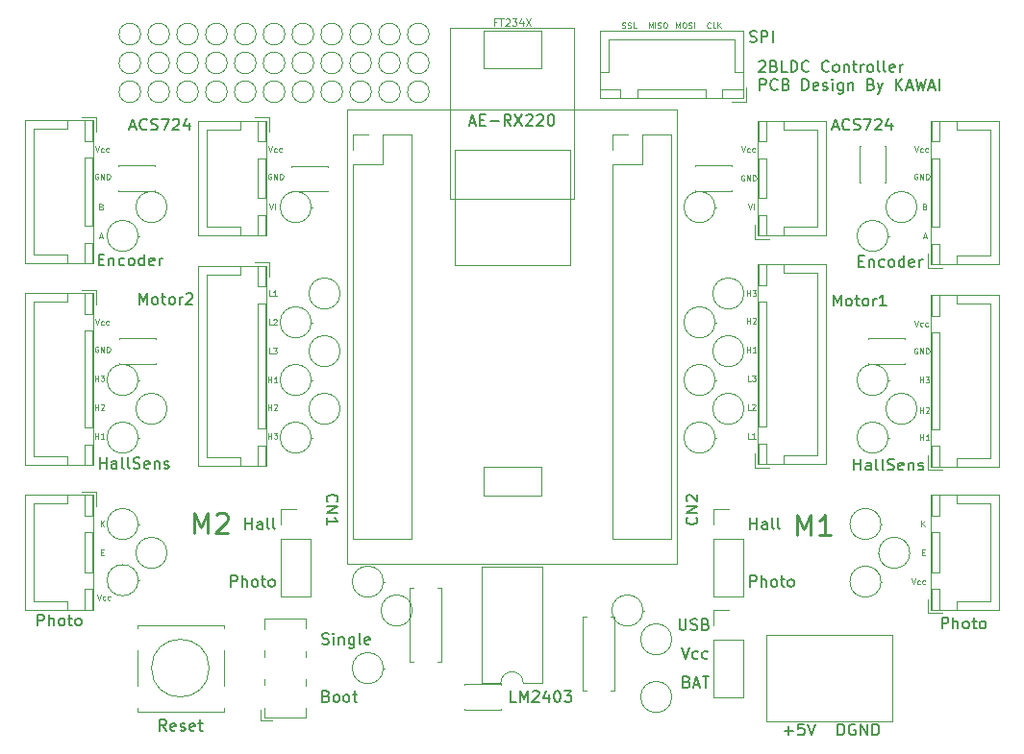
<source format=gto>
G04 #@! TF.GenerationSoftware,KiCad,Pcbnew,(6.0.7)*
G04 #@! TF.CreationDate,2022-09-20T02:34:23+09:00*
G04 #@! TF.ProjectId,autocar_motcntr_v1,6175746f-6361-4725-9f6d-6f74636e7472,rev?*
G04 #@! TF.SameCoordinates,Original*
G04 #@! TF.FileFunction,Legend,Top*
G04 #@! TF.FilePolarity,Positive*
%FSLAX46Y46*%
G04 Gerber Fmt 4.6, Leading zero omitted, Abs format (unit mm)*
G04 Created by KiCad (PCBNEW (6.0.7)) date 2022-09-20 02:34:23*
%MOMM*%
%LPD*%
G01*
G04 APERTURE LIST*
%ADD10C,0.076200*%
%ADD11C,0.228600*%
%ADD12C,0.150000*%
%ADD13C,0.101600*%
%ADD14C,0.120000*%
G04 APERTURE END LIST*
D10*
X173397333Y-85192809D02*
X173155428Y-85192809D01*
X173155428Y-84684809D01*
X173542476Y-84733190D02*
X173566666Y-84709000D01*
X173615047Y-84684809D01*
X173736000Y-84684809D01*
X173784380Y-84709000D01*
X173808571Y-84733190D01*
X173832761Y-84781571D01*
X173832761Y-84829952D01*
X173808571Y-84902523D01*
X173518285Y-85192809D01*
X173832761Y-85192809D01*
X173094952Y-80112809D02*
X173094952Y-79604809D01*
X173094952Y-79846714D02*
X173385238Y-79846714D01*
X173385238Y-80112809D02*
X173385238Y-79604809D01*
X173893238Y-80112809D02*
X173602952Y-80112809D01*
X173748095Y-80112809D02*
X173748095Y-79604809D01*
X173699714Y-79677380D01*
X173651333Y-79725761D01*
X173602952Y-79749952D01*
X173397333Y-87732809D02*
X173155428Y-87732809D01*
X173155428Y-87224809D01*
X173832761Y-87732809D02*
X173542476Y-87732809D01*
X173687619Y-87732809D02*
X173687619Y-87224809D01*
X173639238Y-87297380D01*
X173590857Y-87345761D01*
X173542476Y-87369952D01*
X173397333Y-82652809D02*
X173155428Y-82652809D01*
X173155428Y-82144809D01*
X173518285Y-82144809D02*
X173832761Y-82144809D01*
X173663428Y-82338333D01*
X173736000Y-82338333D01*
X173784380Y-82362523D01*
X173808571Y-82386714D01*
X173832761Y-82435095D01*
X173832761Y-82556047D01*
X173808571Y-82604428D01*
X173784380Y-82628619D01*
X173736000Y-82652809D01*
X173590857Y-82652809D01*
X173542476Y-82628619D01*
X173518285Y-82604428D01*
X173094952Y-75159809D02*
X173094952Y-74651809D01*
X173094952Y-74893714D02*
X173385238Y-74893714D01*
X173385238Y-75159809D02*
X173385238Y-74651809D01*
X173578761Y-74651809D02*
X173893238Y-74651809D01*
X173723904Y-74845333D01*
X173796476Y-74845333D01*
X173844857Y-74869523D01*
X173869047Y-74893714D01*
X173893238Y-74942095D01*
X173893238Y-75063047D01*
X173869047Y-75111428D01*
X173844857Y-75135619D01*
X173796476Y-75159809D01*
X173651333Y-75159809D01*
X173602952Y-75135619D01*
X173578761Y-75111428D01*
X173094952Y-77572809D02*
X173094952Y-77064809D01*
X173094952Y-77306714D02*
X173385238Y-77306714D01*
X173385238Y-77572809D02*
X173385238Y-77064809D01*
X173602952Y-77113190D02*
X173627142Y-77089000D01*
X173675523Y-77064809D01*
X173796476Y-77064809D01*
X173844857Y-77089000D01*
X173869047Y-77113190D01*
X173893238Y-77161571D01*
X173893238Y-77209952D01*
X173869047Y-77282523D01*
X173578761Y-77572809D01*
X173893238Y-77572809D01*
X130930952Y-87732809D02*
X130930952Y-87224809D01*
X130930952Y-87466714D02*
X131221238Y-87466714D01*
X131221238Y-87732809D02*
X131221238Y-87224809D01*
X131414761Y-87224809D02*
X131729238Y-87224809D01*
X131559904Y-87418333D01*
X131632476Y-87418333D01*
X131680857Y-87442523D01*
X131705047Y-87466714D01*
X131729238Y-87515095D01*
X131729238Y-87636047D01*
X131705047Y-87684428D01*
X131680857Y-87708619D01*
X131632476Y-87732809D01*
X131487333Y-87732809D01*
X131438952Y-87708619D01*
X131414761Y-87684428D01*
X130930952Y-85192809D02*
X130930952Y-84684809D01*
X130930952Y-84926714D02*
X131221238Y-84926714D01*
X131221238Y-85192809D02*
X131221238Y-84684809D01*
X131438952Y-84733190D02*
X131463142Y-84709000D01*
X131511523Y-84684809D01*
X131632476Y-84684809D01*
X131680857Y-84709000D01*
X131705047Y-84733190D01*
X131729238Y-84781571D01*
X131729238Y-84829952D01*
X131705047Y-84902523D01*
X131414761Y-85192809D01*
X131729238Y-85192809D01*
X130930952Y-82779809D02*
X130930952Y-82271809D01*
X130930952Y-82513714D02*
X131221238Y-82513714D01*
X131221238Y-82779809D02*
X131221238Y-82271809D01*
X131729238Y-82779809D02*
X131438952Y-82779809D01*
X131584095Y-82779809D02*
X131584095Y-82271809D01*
X131535714Y-82344380D01*
X131487333Y-82392761D01*
X131438952Y-82416952D01*
X131233333Y-80239809D02*
X130991428Y-80239809D01*
X130991428Y-79731809D01*
X131354285Y-79731809D02*
X131668761Y-79731809D01*
X131499428Y-79925333D01*
X131572000Y-79925333D01*
X131620380Y-79949523D01*
X131644571Y-79973714D01*
X131668761Y-80022095D01*
X131668761Y-80143047D01*
X131644571Y-80191428D01*
X131620380Y-80215619D01*
X131572000Y-80239809D01*
X131426857Y-80239809D01*
X131378476Y-80215619D01*
X131354285Y-80191428D01*
X131233333Y-77699809D02*
X130991428Y-77699809D01*
X130991428Y-77191809D01*
X131378476Y-77240190D02*
X131402666Y-77216000D01*
X131451047Y-77191809D01*
X131572000Y-77191809D01*
X131620380Y-77216000D01*
X131644571Y-77240190D01*
X131668761Y-77288571D01*
X131668761Y-77336952D01*
X131644571Y-77409523D01*
X131354285Y-77699809D01*
X131668761Y-77699809D01*
X131233333Y-75159809D02*
X130991428Y-75159809D01*
X130991428Y-74651809D01*
X131668761Y-75159809D02*
X131378476Y-75159809D01*
X131523619Y-75159809D02*
X131523619Y-74651809D01*
X131475238Y-74724380D01*
X131426857Y-74772761D01*
X131378476Y-74796952D01*
D11*
X177503666Y-96181333D02*
X177503666Y-94403333D01*
X178096333Y-95673333D01*
X178689000Y-94403333D01*
X178689000Y-96181333D01*
X180467000Y-96181333D02*
X179451000Y-96181333D01*
X179959000Y-96181333D02*
X179959000Y-94403333D01*
X179789666Y-94657333D01*
X179620333Y-94826666D01*
X179451000Y-94911333D01*
X124417666Y-96054333D02*
X124417666Y-94276333D01*
X125010333Y-95546333D01*
X125603000Y-94276333D01*
X125603000Y-96054333D01*
X126365000Y-94445666D02*
X126449666Y-94361000D01*
X126619000Y-94276333D01*
X127042333Y-94276333D01*
X127211666Y-94361000D01*
X127296333Y-94445666D01*
X127381000Y-94615000D01*
X127381000Y-94784333D01*
X127296333Y-95038333D01*
X126280333Y-96054333D01*
X127381000Y-96054333D01*
D10*
X188601047Y-69934666D02*
X188842952Y-69934666D01*
X188552666Y-70079809D02*
X188722000Y-69571809D01*
X188891333Y-70079809D01*
X188758285Y-67273714D02*
X188830857Y-67297904D01*
X188855047Y-67322095D01*
X188879238Y-67370476D01*
X188879238Y-67443047D01*
X188855047Y-67491428D01*
X188830857Y-67515619D01*
X188782476Y-67539809D01*
X188588952Y-67539809D01*
X188588952Y-67031809D01*
X188758285Y-67031809D01*
X188806666Y-67056000D01*
X188830857Y-67080190D01*
X188855047Y-67128571D01*
X188855047Y-67176952D01*
X188830857Y-67225333D01*
X188806666Y-67249523D01*
X188758285Y-67273714D01*
X188588952Y-67273714D01*
X116241285Y-67273714D02*
X116313857Y-67297904D01*
X116338047Y-67322095D01*
X116362238Y-67370476D01*
X116362238Y-67443047D01*
X116338047Y-67491428D01*
X116313857Y-67515619D01*
X116265476Y-67539809D01*
X116071952Y-67539809D01*
X116071952Y-67031809D01*
X116241285Y-67031809D01*
X116289666Y-67056000D01*
X116313857Y-67080190D01*
X116338047Y-67128571D01*
X116338047Y-67176952D01*
X116313857Y-67225333D01*
X116289666Y-67249523D01*
X116241285Y-67273714D01*
X116071952Y-67273714D01*
X116084047Y-69934666D02*
X116325952Y-69934666D01*
X116035666Y-70079809D02*
X116205000Y-69571809D01*
X116374333Y-70079809D01*
X172840952Y-64516000D02*
X172792571Y-64491809D01*
X172720000Y-64491809D01*
X172647428Y-64516000D01*
X172599047Y-64564380D01*
X172574857Y-64612761D01*
X172550666Y-64709523D01*
X172550666Y-64782095D01*
X172574857Y-64878857D01*
X172599047Y-64927238D01*
X172647428Y-64975619D01*
X172720000Y-64999809D01*
X172768380Y-64999809D01*
X172840952Y-64975619D01*
X172865142Y-64951428D01*
X172865142Y-64782095D01*
X172768380Y-64782095D01*
X173082857Y-64999809D02*
X173082857Y-64491809D01*
X173373142Y-64999809D01*
X173373142Y-64491809D01*
X173615047Y-64999809D02*
X173615047Y-64491809D01*
X173736000Y-64491809D01*
X173808571Y-64516000D01*
X173856952Y-64564380D01*
X173881142Y-64612761D01*
X173905333Y-64709523D01*
X173905333Y-64782095D01*
X173881142Y-64878857D01*
X173856952Y-64927238D01*
X173808571Y-64975619D01*
X173736000Y-64999809D01*
X173615047Y-64999809D01*
X173191714Y-67031809D02*
X173361047Y-67539809D01*
X173530380Y-67031809D01*
X173699714Y-67539809D02*
X173699714Y-67201142D01*
X173699714Y-67031809D02*
X173675523Y-67056000D01*
X173699714Y-67080190D01*
X173723904Y-67056000D01*
X173699714Y-67031809D01*
X173699714Y-67080190D01*
X131027714Y-67031809D02*
X131197047Y-67539809D01*
X131366380Y-67031809D01*
X131535714Y-67539809D02*
X131535714Y-67201142D01*
X131535714Y-67031809D02*
X131511523Y-67056000D01*
X131535714Y-67080190D01*
X131559904Y-67056000D01*
X131535714Y-67031809D01*
X131535714Y-67080190D01*
X188334952Y-85446809D02*
X188334952Y-84938809D01*
X188334952Y-85180714D02*
X188625238Y-85180714D01*
X188625238Y-85446809D02*
X188625238Y-84938809D01*
X188842952Y-84987190D02*
X188867142Y-84963000D01*
X188915523Y-84938809D01*
X189036476Y-84938809D01*
X189084857Y-84963000D01*
X189109047Y-84987190D01*
X189133238Y-85035571D01*
X189133238Y-85083952D01*
X189109047Y-85156523D01*
X188818761Y-85446809D01*
X189133238Y-85446809D01*
X188334952Y-82779809D02*
X188334952Y-82271809D01*
X188334952Y-82513714D02*
X188625238Y-82513714D01*
X188625238Y-82779809D02*
X188625238Y-82271809D01*
X188818761Y-82271809D02*
X189133238Y-82271809D01*
X188963904Y-82465333D01*
X189036476Y-82465333D01*
X189084857Y-82489523D01*
X189109047Y-82513714D01*
X189133238Y-82562095D01*
X189133238Y-82683047D01*
X189109047Y-82731428D01*
X189084857Y-82755619D01*
X189036476Y-82779809D01*
X188891333Y-82779809D01*
X188842952Y-82755619D01*
X188818761Y-82731428D01*
X188334952Y-87859809D02*
X188334952Y-87351809D01*
X188334952Y-87593714D02*
X188625238Y-87593714D01*
X188625238Y-87859809D02*
X188625238Y-87351809D01*
X189133238Y-87859809D02*
X188842952Y-87859809D01*
X188988095Y-87859809D02*
X188988095Y-87351809D01*
X188939714Y-87424380D01*
X188891333Y-87472761D01*
X188842952Y-87496952D01*
X115690952Y-82652809D02*
X115690952Y-82144809D01*
X115690952Y-82386714D02*
X115981238Y-82386714D01*
X115981238Y-82652809D02*
X115981238Y-82144809D01*
X116174761Y-82144809D02*
X116489238Y-82144809D01*
X116319904Y-82338333D01*
X116392476Y-82338333D01*
X116440857Y-82362523D01*
X116465047Y-82386714D01*
X116489238Y-82435095D01*
X116489238Y-82556047D01*
X116465047Y-82604428D01*
X116440857Y-82628619D01*
X116392476Y-82652809D01*
X116247333Y-82652809D01*
X116198952Y-82628619D01*
X116174761Y-82604428D01*
X115690952Y-85192809D02*
X115690952Y-84684809D01*
X115690952Y-84926714D02*
X115981238Y-84926714D01*
X115981238Y-85192809D02*
X115981238Y-84684809D01*
X116198952Y-84733190D02*
X116223142Y-84709000D01*
X116271523Y-84684809D01*
X116392476Y-84684809D01*
X116440857Y-84709000D01*
X116465047Y-84733190D01*
X116489238Y-84781571D01*
X116489238Y-84829952D01*
X116465047Y-84902523D01*
X116174761Y-85192809D01*
X116489238Y-85192809D01*
X115690952Y-87732809D02*
X115690952Y-87224809D01*
X115690952Y-87466714D02*
X115981238Y-87466714D01*
X115981238Y-87732809D02*
X115981238Y-87224809D01*
X116489238Y-87732809D02*
X116198952Y-87732809D01*
X116344095Y-87732809D02*
X116344095Y-87224809D01*
X116295714Y-87297380D01*
X116247333Y-87345761D01*
X116198952Y-87369952D01*
X188080952Y-64389000D02*
X188032571Y-64364809D01*
X187960000Y-64364809D01*
X187887428Y-64389000D01*
X187839047Y-64437380D01*
X187814857Y-64485761D01*
X187790666Y-64582523D01*
X187790666Y-64655095D01*
X187814857Y-64751857D01*
X187839047Y-64800238D01*
X187887428Y-64848619D01*
X187960000Y-64872809D01*
X188008380Y-64872809D01*
X188080952Y-64848619D01*
X188105142Y-64824428D01*
X188105142Y-64655095D01*
X188008380Y-64655095D01*
X188322857Y-64872809D02*
X188322857Y-64364809D01*
X188613142Y-64872809D01*
X188613142Y-64364809D01*
X188855047Y-64872809D02*
X188855047Y-64364809D01*
X188976000Y-64364809D01*
X189048571Y-64389000D01*
X189096952Y-64437380D01*
X189121142Y-64485761D01*
X189145333Y-64582523D01*
X189145333Y-64655095D01*
X189121142Y-64751857D01*
X189096952Y-64800238D01*
X189048571Y-64848619D01*
X188976000Y-64872809D01*
X188855047Y-64872809D01*
X188080952Y-79756000D02*
X188032571Y-79731809D01*
X187960000Y-79731809D01*
X187887428Y-79756000D01*
X187839047Y-79804380D01*
X187814857Y-79852761D01*
X187790666Y-79949523D01*
X187790666Y-80022095D01*
X187814857Y-80118857D01*
X187839047Y-80167238D01*
X187887428Y-80215619D01*
X187960000Y-80239809D01*
X188008380Y-80239809D01*
X188080952Y-80215619D01*
X188105142Y-80191428D01*
X188105142Y-80022095D01*
X188008380Y-80022095D01*
X188322857Y-80239809D02*
X188322857Y-79731809D01*
X188613142Y-80239809D01*
X188613142Y-79731809D01*
X188855047Y-80239809D02*
X188855047Y-79731809D01*
X188976000Y-79731809D01*
X189048571Y-79756000D01*
X189096952Y-79804380D01*
X189121142Y-79852761D01*
X189145333Y-79949523D01*
X189145333Y-80022095D01*
X189121142Y-80118857D01*
X189096952Y-80167238D01*
X189048571Y-80215619D01*
X188976000Y-80239809D01*
X188855047Y-80239809D01*
X131184952Y-64389000D02*
X131136571Y-64364809D01*
X131064000Y-64364809D01*
X130991428Y-64389000D01*
X130943047Y-64437380D01*
X130918857Y-64485761D01*
X130894666Y-64582523D01*
X130894666Y-64655095D01*
X130918857Y-64751857D01*
X130943047Y-64800238D01*
X130991428Y-64848619D01*
X131064000Y-64872809D01*
X131112380Y-64872809D01*
X131184952Y-64848619D01*
X131209142Y-64824428D01*
X131209142Y-64655095D01*
X131112380Y-64655095D01*
X131426857Y-64872809D02*
X131426857Y-64364809D01*
X131717142Y-64872809D01*
X131717142Y-64364809D01*
X131959047Y-64872809D02*
X131959047Y-64364809D01*
X132080000Y-64364809D01*
X132152571Y-64389000D01*
X132200952Y-64437380D01*
X132225142Y-64485761D01*
X132249333Y-64582523D01*
X132249333Y-64655095D01*
X132225142Y-64751857D01*
X132200952Y-64800238D01*
X132152571Y-64848619D01*
X132080000Y-64872809D01*
X131959047Y-64872809D01*
X115944952Y-64389000D02*
X115896571Y-64364809D01*
X115824000Y-64364809D01*
X115751428Y-64389000D01*
X115703047Y-64437380D01*
X115678857Y-64485761D01*
X115654666Y-64582523D01*
X115654666Y-64655095D01*
X115678857Y-64751857D01*
X115703047Y-64800238D01*
X115751428Y-64848619D01*
X115824000Y-64872809D01*
X115872380Y-64872809D01*
X115944952Y-64848619D01*
X115969142Y-64824428D01*
X115969142Y-64655095D01*
X115872380Y-64655095D01*
X116186857Y-64872809D02*
X116186857Y-64364809D01*
X116477142Y-64872809D01*
X116477142Y-64364809D01*
X116719047Y-64872809D02*
X116719047Y-64364809D01*
X116840000Y-64364809D01*
X116912571Y-64389000D01*
X116960952Y-64437380D01*
X116985142Y-64485761D01*
X117009333Y-64582523D01*
X117009333Y-64655095D01*
X116985142Y-64751857D01*
X116960952Y-64800238D01*
X116912571Y-64848619D01*
X116840000Y-64872809D01*
X116719047Y-64872809D01*
X115944952Y-79629000D02*
X115896571Y-79604809D01*
X115824000Y-79604809D01*
X115751428Y-79629000D01*
X115703047Y-79677380D01*
X115678857Y-79725761D01*
X115654666Y-79822523D01*
X115654666Y-79895095D01*
X115678857Y-79991857D01*
X115703047Y-80040238D01*
X115751428Y-80088619D01*
X115824000Y-80112809D01*
X115872380Y-80112809D01*
X115944952Y-80088619D01*
X115969142Y-80064428D01*
X115969142Y-79895095D01*
X115872380Y-79895095D01*
X116186857Y-80112809D02*
X116186857Y-79604809D01*
X116477142Y-80112809D01*
X116477142Y-79604809D01*
X116719047Y-80112809D02*
X116719047Y-79604809D01*
X116840000Y-79604809D01*
X116912571Y-79629000D01*
X116960952Y-79677380D01*
X116985142Y-79725761D01*
X117009333Y-79822523D01*
X117009333Y-79895095D01*
X116985142Y-79991857D01*
X116960952Y-80040238D01*
X116912571Y-80088619D01*
X116840000Y-80112809D01*
X116719047Y-80112809D01*
X162094333Y-51513619D02*
X162166904Y-51537809D01*
X162287857Y-51537809D01*
X162336238Y-51513619D01*
X162360428Y-51489428D01*
X162384619Y-51441047D01*
X162384619Y-51392666D01*
X162360428Y-51344285D01*
X162336238Y-51320095D01*
X162287857Y-51295904D01*
X162191095Y-51271714D01*
X162142714Y-51247523D01*
X162118523Y-51223333D01*
X162094333Y-51174952D01*
X162094333Y-51126571D01*
X162118523Y-51078190D01*
X162142714Y-51054000D01*
X162191095Y-51029809D01*
X162312047Y-51029809D01*
X162384619Y-51054000D01*
X162578142Y-51513619D02*
X162650714Y-51537809D01*
X162771666Y-51537809D01*
X162820047Y-51513619D01*
X162844238Y-51489428D01*
X162868428Y-51441047D01*
X162868428Y-51392666D01*
X162844238Y-51344285D01*
X162820047Y-51320095D01*
X162771666Y-51295904D01*
X162674904Y-51271714D01*
X162626523Y-51247523D01*
X162602333Y-51223333D01*
X162578142Y-51174952D01*
X162578142Y-51126571D01*
X162602333Y-51078190D01*
X162626523Y-51054000D01*
X162674904Y-51029809D01*
X162795857Y-51029809D01*
X162868428Y-51054000D01*
X163328047Y-51537809D02*
X163086142Y-51537809D01*
X163086142Y-51029809D01*
X164428714Y-51537809D02*
X164428714Y-51029809D01*
X164598047Y-51392666D01*
X164767380Y-51029809D01*
X164767380Y-51537809D01*
X165009285Y-51537809D02*
X165009285Y-51029809D01*
X165227000Y-51513619D02*
X165299571Y-51537809D01*
X165420523Y-51537809D01*
X165468904Y-51513619D01*
X165493095Y-51489428D01*
X165517285Y-51441047D01*
X165517285Y-51392666D01*
X165493095Y-51344285D01*
X165468904Y-51320095D01*
X165420523Y-51295904D01*
X165323761Y-51271714D01*
X165275380Y-51247523D01*
X165251190Y-51223333D01*
X165227000Y-51174952D01*
X165227000Y-51126571D01*
X165251190Y-51078190D01*
X165275380Y-51054000D01*
X165323761Y-51029809D01*
X165444714Y-51029809D01*
X165517285Y-51054000D01*
X165831761Y-51029809D02*
X165928523Y-51029809D01*
X165976904Y-51054000D01*
X166025285Y-51102380D01*
X166049476Y-51199142D01*
X166049476Y-51368476D01*
X166025285Y-51465238D01*
X165976904Y-51513619D01*
X165928523Y-51537809D01*
X165831761Y-51537809D01*
X165783380Y-51513619D01*
X165735000Y-51465238D01*
X165710809Y-51368476D01*
X165710809Y-51199142D01*
X165735000Y-51102380D01*
X165783380Y-51054000D01*
X165831761Y-51029809D01*
X166841714Y-51537809D02*
X166841714Y-51029809D01*
X167011047Y-51392666D01*
X167180380Y-51029809D01*
X167180380Y-51537809D01*
X167519047Y-51029809D02*
X167615809Y-51029809D01*
X167664190Y-51054000D01*
X167712571Y-51102380D01*
X167736761Y-51199142D01*
X167736761Y-51368476D01*
X167712571Y-51465238D01*
X167664190Y-51513619D01*
X167615809Y-51537809D01*
X167519047Y-51537809D01*
X167470666Y-51513619D01*
X167422285Y-51465238D01*
X167398095Y-51368476D01*
X167398095Y-51199142D01*
X167422285Y-51102380D01*
X167470666Y-51054000D01*
X167519047Y-51029809D01*
X167930285Y-51513619D02*
X168002857Y-51537809D01*
X168123809Y-51537809D01*
X168172190Y-51513619D01*
X168196380Y-51489428D01*
X168220571Y-51441047D01*
X168220571Y-51392666D01*
X168196380Y-51344285D01*
X168172190Y-51320095D01*
X168123809Y-51295904D01*
X168027047Y-51271714D01*
X167978666Y-51247523D01*
X167954476Y-51223333D01*
X167930285Y-51174952D01*
X167930285Y-51126571D01*
X167954476Y-51078190D01*
X167978666Y-51054000D01*
X168027047Y-51029809D01*
X168148000Y-51029809D01*
X168220571Y-51054000D01*
X168438285Y-51537809D02*
X168438285Y-51029809D01*
X169877619Y-51489428D02*
X169853428Y-51513619D01*
X169780857Y-51537809D01*
X169732476Y-51537809D01*
X169659904Y-51513619D01*
X169611523Y-51465238D01*
X169587333Y-51416857D01*
X169563142Y-51320095D01*
X169563142Y-51247523D01*
X169587333Y-51150761D01*
X169611523Y-51102380D01*
X169659904Y-51054000D01*
X169732476Y-51029809D01*
X169780857Y-51029809D01*
X169853428Y-51054000D01*
X169877619Y-51078190D01*
X170337238Y-51537809D02*
X170095333Y-51537809D01*
X170095333Y-51029809D01*
X170506571Y-51537809D02*
X170506571Y-51029809D01*
X170796857Y-51537809D02*
X170579142Y-51247523D01*
X170796857Y-51029809D02*
X170506571Y-51320095D01*
X188486142Y-97753714D02*
X188655476Y-97753714D01*
X188728047Y-98019809D02*
X188486142Y-98019809D01*
X188486142Y-97511809D01*
X188728047Y-97511809D01*
X188461952Y-95479809D02*
X188461952Y-94971809D01*
X188752238Y-95479809D02*
X188534523Y-95189523D01*
X188752238Y-94971809D02*
X188461952Y-95262095D01*
X116198952Y-95479809D02*
X116198952Y-94971809D01*
X116489238Y-95479809D02*
X116271523Y-95189523D01*
X116489238Y-94971809D02*
X116198952Y-95262095D01*
X116223142Y-97753714D02*
X116392476Y-97753714D01*
X116465047Y-98019809D02*
X116223142Y-98019809D01*
X116223142Y-97511809D01*
X116465047Y-97511809D01*
X187863238Y-77318809D02*
X188032571Y-77826809D01*
X188201904Y-77318809D01*
X188588952Y-77802619D02*
X188540571Y-77826809D01*
X188443809Y-77826809D01*
X188395428Y-77802619D01*
X188371238Y-77778428D01*
X188347047Y-77730047D01*
X188347047Y-77584904D01*
X188371238Y-77536523D01*
X188395428Y-77512333D01*
X188443809Y-77488142D01*
X188540571Y-77488142D01*
X188588952Y-77512333D01*
X189024380Y-77802619D02*
X188976000Y-77826809D01*
X188879238Y-77826809D01*
X188830857Y-77802619D01*
X188806666Y-77778428D01*
X188782476Y-77730047D01*
X188782476Y-77584904D01*
X188806666Y-77536523D01*
X188830857Y-77512333D01*
X188879238Y-77488142D01*
X188976000Y-77488142D01*
X189024380Y-77512333D01*
X187863238Y-61951809D02*
X188032571Y-62459809D01*
X188201904Y-61951809D01*
X188588952Y-62435619D02*
X188540571Y-62459809D01*
X188443809Y-62459809D01*
X188395428Y-62435619D01*
X188371238Y-62411428D01*
X188347047Y-62363047D01*
X188347047Y-62217904D01*
X188371238Y-62169523D01*
X188395428Y-62145333D01*
X188443809Y-62121142D01*
X188540571Y-62121142D01*
X188588952Y-62145333D01*
X189024380Y-62435619D02*
X188976000Y-62459809D01*
X188879238Y-62459809D01*
X188830857Y-62435619D01*
X188806666Y-62411428D01*
X188782476Y-62363047D01*
X188782476Y-62217904D01*
X188806666Y-62169523D01*
X188830857Y-62145333D01*
X188879238Y-62121142D01*
X188976000Y-62121142D01*
X189024380Y-62145333D01*
X172623238Y-61951809D02*
X172792571Y-62459809D01*
X172961904Y-61951809D01*
X173348952Y-62435619D02*
X173300571Y-62459809D01*
X173203809Y-62459809D01*
X173155428Y-62435619D01*
X173131238Y-62411428D01*
X173107047Y-62363047D01*
X173107047Y-62217904D01*
X173131238Y-62169523D01*
X173155428Y-62145333D01*
X173203809Y-62121142D01*
X173300571Y-62121142D01*
X173348952Y-62145333D01*
X173784380Y-62435619D02*
X173736000Y-62459809D01*
X173639238Y-62459809D01*
X173590857Y-62435619D01*
X173566666Y-62411428D01*
X173542476Y-62363047D01*
X173542476Y-62217904D01*
X173566666Y-62169523D01*
X173590857Y-62145333D01*
X173639238Y-62121142D01*
X173736000Y-62121142D01*
X173784380Y-62145333D01*
X130967238Y-61951809D02*
X131136571Y-62459809D01*
X131305904Y-61951809D01*
X131692952Y-62435619D02*
X131644571Y-62459809D01*
X131547809Y-62459809D01*
X131499428Y-62435619D01*
X131475238Y-62411428D01*
X131451047Y-62363047D01*
X131451047Y-62217904D01*
X131475238Y-62169523D01*
X131499428Y-62145333D01*
X131547809Y-62121142D01*
X131644571Y-62121142D01*
X131692952Y-62145333D01*
X132128380Y-62435619D02*
X132080000Y-62459809D01*
X131983238Y-62459809D01*
X131934857Y-62435619D01*
X131910666Y-62411428D01*
X131886476Y-62363047D01*
X131886476Y-62217904D01*
X131910666Y-62169523D01*
X131934857Y-62145333D01*
X131983238Y-62121142D01*
X132080000Y-62121142D01*
X132128380Y-62145333D01*
X115727238Y-61951809D02*
X115896571Y-62459809D01*
X116065904Y-61951809D01*
X116452952Y-62435619D02*
X116404571Y-62459809D01*
X116307809Y-62459809D01*
X116259428Y-62435619D01*
X116235238Y-62411428D01*
X116211047Y-62363047D01*
X116211047Y-62217904D01*
X116235238Y-62169523D01*
X116259428Y-62145333D01*
X116307809Y-62121142D01*
X116404571Y-62121142D01*
X116452952Y-62145333D01*
X116888380Y-62435619D02*
X116840000Y-62459809D01*
X116743238Y-62459809D01*
X116694857Y-62435619D01*
X116670666Y-62411428D01*
X116646476Y-62363047D01*
X116646476Y-62217904D01*
X116670666Y-62169523D01*
X116694857Y-62145333D01*
X116743238Y-62121142D01*
X116840000Y-62121142D01*
X116888380Y-62145333D01*
X115727238Y-77191809D02*
X115896571Y-77699809D01*
X116065904Y-77191809D01*
X116452952Y-77675619D02*
X116404571Y-77699809D01*
X116307809Y-77699809D01*
X116259428Y-77675619D01*
X116235238Y-77651428D01*
X116211047Y-77603047D01*
X116211047Y-77457904D01*
X116235238Y-77409523D01*
X116259428Y-77385333D01*
X116307809Y-77361142D01*
X116404571Y-77361142D01*
X116452952Y-77385333D01*
X116888380Y-77675619D02*
X116840000Y-77699809D01*
X116743238Y-77699809D01*
X116694857Y-77675619D01*
X116670666Y-77651428D01*
X116646476Y-77603047D01*
X116646476Y-77457904D01*
X116670666Y-77409523D01*
X116694857Y-77385333D01*
X116743238Y-77361142D01*
X116840000Y-77361142D01*
X116888380Y-77385333D01*
X115854238Y-101448809D02*
X116023571Y-101956809D01*
X116192904Y-101448809D01*
X116579952Y-101932619D02*
X116531571Y-101956809D01*
X116434809Y-101956809D01*
X116386428Y-101932619D01*
X116362238Y-101908428D01*
X116338047Y-101860047D01*
X116338047Y-101714904D01*
X116362238Y-101666523D01*
X116386428Y-101642333D01*
X116434809Y-101618142D01*
X116531571Y-101618142D01*
X116579952Y-101642333D01*
X117015380Y-101932619D02*
X116967000Y-101956809D01*
X116870238Y-101956809D01*
X116821857Y-101932619D01*
X116797666Y-101908428D01*
X116773476Y-101860047D01*
X116773476Y-101714904D01*
X116797666Y-101666523D01*
X116821857Y-101642333D01*
X116870238Y-101618142D01*
X116967000Y-101618142D01*
X117015380Y-101642333D01*
X187609238Y-100051809D02*
X187778571Y-100559809D01*
X187947904Y-100051809D01*
X188334952Y-100535619D02*
X188286571Y-100559809D01*
X188189809Y-100559809D01*
X188141428Y-100535619D01*
X188117238Y-100511428D01*
X188093047Y-100463047D01*
X188093047Y-100317904D01*
X188117238Y-100269523D01*
X188141428Y-100245333D01*
X188189809Y-100221142D01*
X188286571Y-100221142D01*
X188334952Y-100245333D01*
X188770380Y-100535619D02*
X188722000Y-100559809D01*
X188625238Y-100559809D01*
X188576857Y-100535619D01*
X188552666Y-100511428D01*
X188528476Y-100463047D01*
X188528476Y-100317904D01*
X188552666Y-100269523D01*
X188576857Y-100245333D01*
X188625238Y-100221142D01*
X188722000Y-100221142D01*
X188770380Y-100245333D01*
D12*
X174150976Y-54495619D02*
X174198595Y-54448000D01*
X174293833Y-54400380D01*
X174531928Y-54400380D01*
X174627166Y-54448000D01*
X174674785Y-54495619D01*
X174722404Y-54590857D01*
X174722404Y-54686095D01*
X174674785Y-54828952D01*
X174103357Y-55400380D01*
X174722404Y-55400380D01*
X175484309Y-54876571D02*
X175627166Y-54924190D01*
X175674785Y-54971809D01*
X175722404Y-55067047D01*
X175722404Y-55209904D01*
X175674785Y-55305142D01*
X175627166Y-55352761D01*
X175531928Y-55400380D01*
X175150976Y-55400380D01*
X175150976Y-54400380D01*
X175484309Y-54400380D01*
X175579547Y-54448000D01*
X175627166Y-54495619D01*
X175674785Y-54590857D01*
X175674785Y-54686095D01*
X175627166Y-54781333D01*
X175579547Y-54828952D01*
X175484309Y-54876571D01*
X175150976Y-54876571D01*
X176627166Y-55400380D02*
X176150976Y-55400380D01*
X176150976Y-54400380D01*
X176960500Y-55400380D02*
X176960500Y-54400380D01*
X177198595Y-54400380D01*
X177341452Y-54448000D01*
X177436690Y-54543238D01*
X177484309Y-54638476D01*
X177531928Y-54828952D01*
X177531928Y-54971809D01*
X177484309Y-55162285D01*
X177436690Y-55257523D01*
X177341452Y-55352761D01*
X177198595Y-55400380D01*
X176960500Y-55400380D01*
X178531928Y-55305142D02*
X178484309Y-55352761D01*
X178341452Y-55400380D01*
X178246214Y-55400380D01*
X178103357Y-55352761D01*
X178008119Y-55257523D01*
X177960500Y-55162285D01*
X177912880Y-54971809D01*
X177912880Y-54828952D01*
X177960500Y-54638476D01*
X178008119Y-54543238D01*
X178103357Y-54448000D01*
X178246214Y-54400380D01*
X178341452Y-54400380D01*
X178484309Y-54448000D01*
X178531928Y-54495619D01*
X180293833Y-55305142D02*
X180246214Y-55352761D01*
X180103357Y-55400380D01*
X180008119Y-55400380D01*
X179865261Y-55352761D01*
X179770023Y-55257523D01*
X179722404Y-55162285D01*
X179674785Y-54971809D01*
X179674785Y-54828952D01*
X179722404Y-54638476D01*
X179770023Y-54543238D01*
X179865261Y-54448000D01*
X180008119Y-54400380D01*
X180103357Y-54400380D01*
X180246214Y-54448000D01*
X180293833Y-54495619D01*
X180865261Y-55400380D02*
X180770023Y-55352761D01*
X180722404Y-55305142D01*
X180674785Y-55209904D01*
X180674785Y-54924190D01*
X180722404Y-54828952D01*
X180770023Y-54781333D01*
X180865261Y-54733714D01*
X181008119Y-54733714D01*
X181103357Y-54781333D01*
X181150976Y-54828952D01*
X181198595Y-54924190D01*
X181198595Y-55209904D01*
X181150976Y-55305142D01*
X181103357Y-55352761D01*
X181008119Y-55400380D01*
X180865261Y-55400380D01*
X181627166Y-54733714D02*
X181627166Y-55400380D01*
X181627166Y-54828952D02*
X181674785Y-54781333D01*
X181770023Y-54733714D01*
X181912880Y-54733714D01*
X182008119Y-54781333D01*
X182055738Y-54876571D01*
X182055738Y-55400380D01*
X182389071Y-54733714D02*
X182770023Y-54733714D01*
X182531928Y-54400380D02*
X182531928Y-55257523D01*
X182579547Y-55352761D01*
X182674785Y-55400380D01*
X182770023Y-55400380D01*
X183103357Y-55400380D02*
X183103357Y-54733714D01*
X183103357Y-54924190D02*
X183150976Y-54828952D01*
X183198595Y-54781333D01*
X183293833Y-54733714D01*
X183389071Y-54733714D01*
X183865261Y-55400380D02*
X183770023Y-55352761D01*
X183722404Y-55305142D01*
X183674785Y-55209904D01*
X183674785Y-54924190D01*
X183722404Y-54828952D01*
X183770023Y-54781333D01*
X183865261Y-54733714D01*
X184008119Y-54733714D01*
X184103357Y-54781333D01*
X184150976Y-54828952D01*
X184198595Y-54924190D01*
X184198595Y-55209904D01*
X184150976Y-55305142D01*
X184103357Y-55352761D01*
X184008119Y-55400380D01*
X183865261Y-55400380D01*
X184770023Y-55400380D02*
X184674785Y-55352761D01*
X184627166Y-55257523D01*
X184627166Y-54400380D01*
X185293833Y-55400380D02*
X185198595Y-55352761D01*
X185150976Y-55257523D01*
X185150976Y-54400380D01*
X186055738Y-55352761D02*
X185960500Y-55400380D01*
X185770023Y-55400380D01*
X185674785Y-55352761D01*
X185627166Y-55257523D01*
X185627166Y-54876571D01*
X185674785Y-54781333D01*
X185770023Y-54733714D01*
X185960500Y-54733714D01*
X186055738Y-54781333D01*
X186103357Y-54876571D01*
X186103357Y-54971809D01*
X185627166Y-55067047D01*
X186531928Y-55400380D02*
X186531928Y-54733714D01*
X186531928Y-54924190D02*
X186579547Y-54828952D01*
X186627166Y-54781333D01*
X186722404Y-54733714D01*
X186817642Y-54733714D01*
X174198595Y-57010380D02*
X174198595Y-56010380D01*
X174579547Y-56010380D01*
X174674785Y-56058000D01*
X174722404Y-56105619D01*
X174770023Y-56200857D01*
X174770023Y-56343714D01*
X174722404Y-56438952D01*
X174674785Y-56486571D01*
X174579547Y-56534190D01*
X174198595Y-56534190D01*
X175770023Y-56915142D02*
X175722404Y-56962761D01*
X175579547Y-57010380D01*
X175484309Y-57010380D01*
X175341452Y-56962761D01*
X175246214Y-56867523D01*
X175198595Y-56772285D01*
X175150976Y-56581809D01*
X175150976Y-56438952D01*
X175198595Y-56248476D01*
X175246214Y-56153238D01*
X175341452Y-56058000D01*
X175484309Y-56010380D01*
X175579547Y-56010380D01*
X175722404Y-56058000D01*
X175770023Y-56105619D01*
X176531928Y-56486571D02*
X176674785Y-56534190D01*
X176722404Y-56581809D01*
X176770023Y-56677047D01*
X176770023Y-56819904D01*
X176722404Y-56915142D01*
X176674785Y-56962761D01*
X176579547Y-57010380D01*
X176198595Y-57010380D01*
X176198595Y-56010380D01*
X176531928Y-56010380D01*
X176627166Y-56058000D01*
X176674785Y-56105619D01*
X176722404Y-56200857D01*
X176722404Y-56296095D01*
X176674785Y-56391333D01*
X176627166Y-56438952D01*
X176531928Y-56486571D01*
X176198595Y-56486571D01*
X177960500Y-57010380D02*
X177960500Y-56010380D01*
X178198595Y-56010380D01*
X178341452Y-56058000D01*
X178436690Y-56153238D01*
X178484309Y-56248476D01*
X178531928Y-56438952D01*
X178531928Y-56581809D01*
X178484309Y-56772285D01*
X178436690Y-56867523D01*
X178341452Y-56962761D01*
X178198595Y-57010380D01*
X177960500Y-57010380D01*
X179341452Y-56962761D02*
X179246214Y-57010380D01*
X179055738Y-57010380D01*
X178960500Y-56962761D01*
X178912880Y-56867523D01*
X178912880Y-56486571D01*
X178960500Y-56391333D01*
X179055738Y-56343714D01*
X179246214Y-56343714D01*
X179341452Y-56391333D01*
X179389071Y-56486571D01*
X179389071Y-56581809D01*
X178912880Y-56677047D01*
X179770023Y-56962761D02*
X179865261Y-57010380D01*
X180055738Y-57010380D01*
X180150976Y-56962761D01*
X180198595Y-56867523D01*
X180198595Y-56819904D01*
X180150976Y-56724666D01*
X180055738Y-56677047D01*
X179912880Y-56677047D01*
X179817642Y-56629428D01*
X179770023Y-56534190D01*
X179770023Y-56486571D01*
X179817642Y-56391333D01*
X179912880Y-56343714D01*
X180055738Y-56343714D01*
X180150976Y-56391333D01*
X180627166Y-57010380D02*
X180627166Y-56343714D01*
X180627166Y-56010380D02*
X180579547Y-56058000D01*
X180627166Y-56105619D01*
X180674785Y-56058000D01*
X180627166Y-56010380D01*
X180627166Y-56105619D01*
X181531928Y-56343714D02*
X181531928Y-57153238D01*
X181484309Y-57248476D01*
X181436690Y-57296095D01*
X181341452Y-57343714D01*
X181198595Y-57343714D01*
X181103357Y-57296095D01*
X181531928Y-56962761D02*
X181436690Y-57010380D01*
X181246214Y-57010380D01*
X181150976Y-56962761D01*
X181103357Y-56915142D01*
X181055738Y-56819904D01*
X181055738Y-56534190D01*
X181103357Y-56438952D01*
X181150976Y-56391333D01*
X181246214Y-56343714D01*
X181436690Y-56343714D01*
X181531928Y-56391333D01*
X182008119Y-56343714D02*
X182008119Y-57010380D01*
X182008119Y-56438952D02*
X182055738Y-56391333D01*
X182150976Y-56343714D01*
X182293833Y-56343714D01*
X182389071Y-56391333D01*
X182436690Y-56486571D01*
X182436690Y-57010380D01*
X184008119Y-56486571D02*
X184150976Y-56534190D01*
X184198595Y-56581809D01*
X184246214Y-56677047D01*
X184246214Y-56819904D01*
X184198595Y-56915142D01*
X184150976Y-56962761D01*
X184055738Y-57010380D01*
X183674785Y-57010380D01*
X183674785Y-56010380D01*
X184008119Y-56010380D01*
X184103357Y-56058000D01*
X184150976Y-56105619D01*
X184198595Y-56200857D01*
X184198595Y-56296095D01*
X184150976Y-56391333D01*
X184103357Y-56438952D01*
X184008119Y-56486571D01*
X183674785Y-56486571D01*
X184579547Y-56343714D02*
X184817642Y-57010380D01*
X185055738Y-56343714D02*
X184817642Y-57010380D01*
X184722404Y-57248476D01*
X184674785Y-57296095D01*
X184579547Y-57343714D01*
X186198595Y-57010380D02*
X186198595Y-56010380D01*
X186770023Y-57010380D02*
X186341452Y-56438952D01*
X186770023Y-56010380D02*
X186198595Y-56581809D01*
X187150976Y-56724666D02*
X187627166Y-56724666D01*
X187055738Y-57010380D02*
X187389071Y-56010380D01*
X187722404Y-57010380D01*
X187960500Y-56010380D02*
X188198595Y-57010380D01*
X188389071Y-56296095D01*
X188579547Y-57010380D01*
X188817642Y-56010380D01*
X189150976Y-56724666D02*
X189627166Y-56724666D01*
X189055738Y-57010380D02*
X189389071Y-56010380D01*
X189722404Y-57010380D01*
X190055738Y-57010380D02*
X190055738Y-56010380D01*
X173347190Y-52728761D02*
X173490047Y-52776380D01*
X173728142Y-52776380D01*
X173823380Y-52728761D01*
X173871000Y-52681142D01*
X173918619Y-52585904D01*
X173918619Y-52490666D01*
X173871000Y-52395428D01*
X173823380Y-52347809D01*
X173728142Y-52300190D01*
X173537666Y-52252571D01*
X173442428Y-52204952D01*
X173394809Y-52157333D01*
X173347190Y-52062095D01*
X173347190Y-51966857D01*
X173394809Y-51871619D01*
X173442428Y-51824000D01*
X173537666Y-51776380D01*
X173775761Y-51776380D01*
X173918619Y-51824000D01*
X174347190Y-52776380D02*
X174347190Y-51776380D01*
X174728142Y-51776380D01*
X174823380Y-51824000D01*
X174871000Y-51871619D01*
X174918619Y-51966857D01*
X174918619Y-52109714D01*
X174871000Y-52204952D01*
X174823380Y-52252571D01*
X174728142Y-52300190D01*
X174347190Y-52300190D01*
X175347190Y-52776380D02*
X175347190Y-51776380D01*
X180618142Y-60237666D02*
X181094333Y-60237666D01*
X180522904Y-60523380D02*
X180856238Y-59523380D01*
X181189571Y-60523380D01*
X182094333Y-60428142D02*
X182046714Y-60475761D01*
X181903857Y-60523380D01*
X181808619Y-60523380D01*
X181665761Y-60475761D01*
X181570523Y-60380523D01*
X181522904Y-60285285D01*
X181475285Y-60094809D01*
X181475285Y-59951952D01*
X181522904Y-59761476D01*
X181570523Y-59666238D01*
X181665761Y-59571000D01*
X181808619Y-59523380D01*
X181903857Y-59523380D01*
X182046714Y-59571000D01*
X182094333Y-59618619D01*
X182475285Y-60475761D02*
X182618142Y-60523380D01*
X182856238Y-60523380D01*
X182951476Y-60475761D01*
X182999095Y-60428142D01*
X183046714Y-60332904D01*
X183046714Y-60237666D01*
X182999095Y-60142428D01*
X182951476Y-60094809D01*
X182856238Y-60047190D01*
X182665761Y-59999571D01*
X182570523Y-59951952D01*
X182522904Y-59904333D01*
X182475285Y-59809095D01*
X182475285Y-59713857D01*
X182522904Y-59618619D01*
X182570523Y-59571000D01*
X182665761Y-59523380D01*
X182903857Y-59523380D01*
X183046714Y-59571000D01*
X183380047Y-59523380D02*
X184046714Y-59523380D01*
X183618142Y-60523380D01*
X184380047Y-59618619D02*
X184427666Y-59571000D01*
X184522904Y-59523380D01*
X184761000Y-59523380D01*
X184856238Y-59571000D01*
X184903857Y-59618619D01*
X184951476Y-59713857D01*
X184951476Y-59809095D01*
X184903857Y-59951952D01*
X184332428Y-60523380D01*
X184951476Y-60523380D01*
X185808619Y-59856714D02*
X185808619Y-60523380D01*
X185570523Y-59475761D02*
X185332428Y-60190047D01*
X185951476Y-60190047D01*
X182935904Y-72064571D02*
X183269238Y-72064571D01*
X183412095Y-72588380D02*
X182935904Y-72588380D01*
X182935904Y-71588380D01*
X183412095Y-71588380D01*
X183840666Y-71921714D02*
X183840666Y-72588380D01*
X183840666Y-72016952D02*
X183888285Y-71969333D01*
X183983523Y-71921714D01*
X184126380Y-71921714D01*
X184221619Y-71969333D01*
X184269238Y-72064571D01*
X184269238Y-72588380D01*
X185174000Y-72540761D02*
X185078761Y-72588380D01*
X184888285Y-72588380D01*
X184793047Y-72540761D01*
X184745428Y-72493142D01*
X184697809Y-72397904D01*
X184697809Y-72112190D01*
X184745428Y-72016952D01*
X184793047Y-71969333D01*
X184888285Y-71921714D01*
X185078761Y-71921714D01*
X185174000Y-71969333D01*
X185745428Y-72588380D02*
X185650190Y-72540761D01*
X185602571Y-72493142D01*
X185554952Y-72397904D01*
X185554952Y-72112190D01*
X185602571Y-72016952D01*
X185650190Y-71969333D01*
X185745428Y-71921714D01*
X185888285Y-71921714D01*
X185983523Y-71969333D01*
X186031142Y-72016952D01*
X186078761Y-72112190D01*
X186078761Y-72397904D01*
X186031142Y-72493142D01*
X185983523Y-72540761D01*
X185888285Y-72588380D01*
X185745428Y-72588380D01*
X186935904Y-72588380D02*
X186935904Y-71588380D01*
X186935904Y-72540761D02*
X186840666Y-72588380D01*
X186650190Y-72588380D01*
X186554952Y-72540761D01*
X186507333Y-72493142D01*
X186459714Y-72397904D01*
X186459714Y-72112190D01*
X186507333Y-72016952D01*
X186554952Y-71969333D01*
X186650190Y-71921714D01*
X186840666Y-71921714D01*
X186935904Y-71969333D01*
X187793047Y-72540761D02*
X187697809Y-72588380D01*
X187507333Y-72588380D01*
X187412095Y-72540761D01*
X187364476Y-72445523D01*
X187364476Y-72064571D01*
X187412095Y-71969333D01*
X187507333Y-71921714D01*
X187697809Y-71921714D01*
X187793047Y-71969333D01*
X187840666Y-72064571D01*
X187840666Y-72159809D01*
X187364476Y-72255047D01*
X188269238Y-72588380D02*
X188269238Y-71921714D01*
X188269238Y-72112190D02*
X188316857Y-72016952D01*
X188364476Y-71969333D01*
X188459714Y-71921714D01*
X188554952Y-71921714D01*
X182523190Y-90495380D02*
X182523190Y-89495380D01*
X182523190Y-89971571D02*
X183094619Y-89971571D01*
X183094619Y-90495380D02*
X183094619Y-89495380D01*
X183999380Y-90495380D02*
X183999380Y-89971571D01*
X183951761Y-89876333D01*
X183856523Y-89828714D01*
X183666047Y-89828714D01*
X183570809Y-89876333D01*
X183999380Y-90447761D02*
X183904142Y-90495380D01*
X183666047Y-90495380D01*
X183570809Y-90447761D01*
X183523190Y-90352523D01*
X183523190Y-90257285D01*
X183570809Y-90162047D01*
X183666047Y-90114428D01*
X183904142Y-90114428D01*
X183999380Y-90066809D01*
X184618428Y-90495380D02*
X184523190Y-90447761D01*
X184475571Y-90352523D01*
X184475571Y-89495380D01*
X185142238Y-90495380D02*
X185047000Y-90447761D01*
X184999380Y-90352523D01*
X184999380Y-89495380D01*
X185475571Y-90447761D02*
X185618428Y-90495380D01*
X185856523Y-90495380D01*
X185951761Y-90447761D01*
X185999380Y-90400142D01*
X186047000Y-90304904D01*
X186047000Y-90209666D01*
X185999380Y-90114428D01*
X185951761Y-90066809D01*
X185856523Y-90019190D01*
X185666047Y-89971571D01*
X185570809Y-89923952D01*
X185523190Y-89876333D01*
X185475571Y-89781095D01*
X185475571Y-89685857D01*
X185523190Y-89590619D01*
X185570809Y-89543000D01*
X185666047Y-89495380D01*
X185904142Y-89495380D01*
X186047000Y-89543000D01*
X186856523Y-90447761D02*
X186761285Y-90495380D01*
X186570809Y-90495380D01*
X186475571Y-90447761D01*
X186427952Y-90352523D01*
X186427952Y-89971571D01*
X186475571Y-89876333D01*
X186570809Y-89828714D01*
X186761285Y-89828714D01*
X186856523Y-89876333D01*
X186904142Y-89971571D01*
X186904142Y-90066809D01*
X186427952Y-90162047D01*
X187332714Y-89828714D02*
X187332714Y-90495380D01*
X187332714Y-89923952D02*
X187380333Y-89876333D01*
X187475571Y-89828714D01*
X187618428Y-89828714D01*
X187713666Y-89876333D01*
X187761285Y-89971571D01*
X187761285Y-90495380D01*
X188189857Y-90447761D02*
X188285095Y-90495380D01*
X188475571Y-90495380D01*
X188570809Y-90447761D01*
X188618428Y-90352523D01*
X188618428Y-90304904D01*
X188570809Y-90209666D01*
X188475571Y-90162047D01*
X188332714Y-90162047D01*
X188237476Y-90114428D01*
X188189857Y-90019190D01*
X188189857Y-89971571D01*
X188237476Y-89876333D01*
X188332714Y-89828714D01*
X188475571Y-89828714D01*
X188570809Y-89876333D01*
X190246238Y-104465380D02*
X190246238Y-103465380D01*
X190627190Y-103465380D01*
X190722428Y-103513000D01*
X190770047Y-103560619D01*
X190817666Y-103655857D01*
X190817666Y-103798714D01*
X190770047Y-103893952D01*
X190722428Y-103941571D01*
X190627190Y-103989190D01*
X190246238Y-103989190D01*
X191246238Y-104465380D02*
X191246238Y-103465380D01*
X191674809Y-104465380D02*
X191674809Y-103941571D01*
X191627190Y-103846333D01*
X191531952Y-103798714D01*
X191389095Y-103798714D01*
X191293857Y-103846333D01*
X191246238Y-103893952D01*
X192293857Y-104465380D02*
X192198619Y-104417761D01*
X192151000Y-104370142D01*
X192103380Y-104274904D01*
X192103380Y-103989190D01*
X192151000Y-103893952D01*
X192198619Y-103846333D01*
X192293857Y-103798714D01*
X192436714Y-103798714D01*
X192531952Y-103846333D01*
X192579571Y-103893952D01*
X192627190Y-103989190D01*
X192627190Y-104274904D01*
X192579571Y-104370142D01*
X192531952Y-104417761D01*
X192436714Y-104465380D01*
X192293857Y-104465380D01*
X192912904Y-103798714D02*
X193293857Y-103798714D01*
X193055761Y-103465380D02*
X193055761Y-104322523D01*
X193103380Y-104417761D01*
X193198619Y-104465380D01*
X193293857Y-104465380D01*
X193770047Y-104465380D02*
X193674809Y-104417761D01*
X193627190Y-104370142D01*
X193579571Y-104274904D01*
X193579571Y-103989190D01*
X193627190Y-103893952D01*
X193674809Y-103846333D01*
X193770047Y-103798714D01*
X193912904Y-103798714D01*
X194008142Y-103846333D01*
X194055761Y-103893952D01*
X194103380Y-103989190D01*
X194103380Y-104274904D01*
X194055761Y-104370142D01*
X194008142Y-104417761D01*
X193912904Y-104465380D01*
X193770047Y-104465380D01*
X180697476Y-76017380D02*
X180697476Y-75017380D01*
X181030809Y-75731666D01*
X181364142Y-75017380D01*
X181364142Y-76017380D01*
X181983190Y-76017380D02*
X181887952Y-75969761D01*
X181840333Y-75922142D01*
X181792714Y-75826904D01*
X181792714Y-75541190D01*
X181840333Y-75445952D01*
X181887952Y-75398333D01*
X181983190Y-75350714D01*
X182126047Y-75350714D01*
X182221285Y-75398333D01*
X182268904Y-75445952D01*
X182316523Y-75541190D01*
X182316523Y-75826904D01*
X182268904Y-75922142D01*
X182221285Y-75969761D01*
X182126047Y-76017380D01*
X181983190Y-76017380D01*
X182602238Y-75350714D02*
X182983190Y-75350714D01*
X182745095Y-75017380D02*
X182745095Y-75874523D01*
X182792714Y-75969761D01*
X182887952Y-76017380D01*
X182983190Y-76017380D01*
X183459380Y-76017380D02*
X183364142Y-75969761D01*
X183316523Y-75922142D01*
X183268904Y-75826904D01*
X183268904Y-75541190D01*
X183316523Y-75445952D01*
X183364142Y-75398333D01*
X183459380Y-75350714D01*
X183602238Y-75350714D01*
X183697476Y-75398333D01*
X183745095Y-75445952D01*
X183792714Y-75541190D01*
X183792714Y-75826904D01*
X183745095Y-75922142D01*
X183697476Y-75969761D01*
X183602238Y-76017380D01*
X183459380Y-76017380D01*
X184221285Y-76017380D02*
X184221285Y-75350714D01*
X184221285Y-75541190D02*
X184268904Y-75445952D01*
X184316523Y-75398333D01*
X184411761Y-75350714D01*
X184507000Y-75350714D01*
X185364142Y-76017380D02*
X184792714Y-76017380D01*
X185078428Y-76017380D02*
X185078428Y-75017380D01*
X184983190Y-75160238D01*
X184887952Y-75255476D01*
X184792714Y-75303095D01*
X118769142Y-60237666D02*
X119245333Y-60237666D01*
X118673904Y-60523380D02*
X119007238Y-59523380D01*
X119340571Y-60523380D01*
X120245333Y-60428142D02*
X120197714Y-60475761D01*
X120054857Y-60523380D01*
X119959619Y-60523380D01*
X119816761Y-60475761D01*
X119721523Y-60380523D01*
X119673904Y-60285285D01*
X119626285Y-60094809D01*
X119626285Y-59951952D01*
X119673904Y-59761476D01*
X119721523Y-59666238D01*
X119816761Y-59571000D01*
X119959619Y-59523380D01*
X120054857Y-59523380D01*
X120197714Y-59571000D01*
X120245333Y-59618619D01*
X120626285Y-60475761D02*
X120769142Y-60523380D01*
X121007238Y-60523380D01*
X121102476Y-60475761D01*
X121150095Y-60428142D01*
X121197714Y-60332904D01*
X121197714Y-60237666D01*
X121150095Y-60142428D01*
X121102476Y-60094809D01*
X121007238Y-60047190D01*
X120816761Y-59999571D01*
X120721523Y-59951952D01*
X120673904Y-59904333D01*
X120626285Y-59809095D01*
X120626285Y-59713857D01*
X120673904Y-59618619D01*
X120721523Y-59571000D01*
X120816761Y-59523380D01*
X121054857Y-59523380D01*
X121197714Y-59571000D01*
X121531047Y-59523380D02*
X122197714Y-59523380D01*
X121769142Y-60523380D01*
X122531047Y-59618619D02*
X122578666Y-59571000D01*
X122673904Y-59523380D01*
X122912000Y-59523380D01*
X123007238Y-59571000D01*
X123054857Y-59618619D01*
X123102476Y-59713857D01*
X123102476Y-59809095D01*
X123054857Y-59951952D01*
X122483428Y-60523380D01*
X123102476Y-60523380D01*
X123959619Y-59856714D02*
X123959619Y-60523380D01*
X123721523Y-59475761D02*
X123483428Y-60190047D01*
X124102476Y-60190047D01*
X116006904Y-71937571D02*
X116340238Y-71937571D01*
X116483095Y-72461380D02*
X116006904Y-72461380D01*
X116006904Y-71461380D01*
X116483095Y-71461380D01*
X116911666Y-71794714D02*
X116911666Y-72461380D01*
X116911666Y-71889952D02*
X116959285Y-71842333D01*
X117054523Y-71794714D01*
X117197380Y-71794714D01*
X117292619Y-71842333D01*
X117340238Y-71937571D01*
X117340238Y-72461380D01*
X118245000Y-72413761D02*
X118149761Y-72461380D01*
X117959285Y-72461380D01*
X117864047Y-72413761D01*
X117816428Y-72366142D01*
X117768809Y-72270904D01*
X117768809Y-71985190D01*
X117816428Y-71889952D01*
X117864047Y-71842333D01*
X117959285Y-71794714D01*
X118149761Y-71794714D01*
X118245000Y-71842333D01*
X118816428Y-72461380D02*
X118721190Y-72413761D01*
X118673571Y-72366142D01*
X118625952Y-72270904D01*
X118625952Y-71985190D01*
X118673571Y-71889952D01*
X118721190Y-71842333D01*
X118816428Y-71794714D01*
X118959285Y-71794714D01*
X119054523Y-71842333D01*
X119102142Y-71889952D01*
X119149761Y-71985190D01*
X119149761Y-72270904D01*
X119102142Y-72366142D01*
X119054523Y-72413761D01*
X118959285Y-72461380D01*
X118816428Y-72461380D01*
X120006904Y-72461380D02*
X120006904Y-71461380D01*
X120006904Y-72413761D02*
X119911666Y-72461380D01*
X119721190Y-72461380D01*
X119625952Y-72413761D01*
X119578333Y-72366142D01*
X119530714Y-72270904D01*
X119530714Y-71985190D01*
X119578333Y-71889952D01*
X119625952Y-71842333D01*
X119721190Y-71794714D01*
X119911666Y-71794714D01*
X120006904Y-71842333D01*
X120864047Y-72413761D02*
X120768809Y-72461380D01*
X120578333Y-72461380D01*
X120483095Y-72413761D01*
X120435476Y-72318523D01*
X120435476Y-71937571D01*
X120483095Y-71842333D01*
X120578333Y-71794714D01*
X120768809Y-71794714D01*
X120864047Y-71842333D01*
X120911666Y-71937571D01*
X120911666Y-72032809D01*
X120435476Y-72128047D01*
X121340238Y-72461380D02*
X121340238Y-71794714D01*
X121340238Y-71985190D02*
X121387857Y-71889952D01*
X121435476Y-71842333D01*
X121530714Y-71794714D01*
X121625952Y-71794714D01*
X119610476Y-75890380D02*
X119610476Y-74890380D01*
X119943809Y-75604666D01*
X120277142Y-74890380D01*
X120277142Y-75890380D01*
X120896190Y-75890380D02*
X120800952Y-75842761D01*
X120753333Y-75795142D01*
X120705714Y-75699904D01*
X120705714Y-75414190D01*
X120753333Y-75318952D01*
X120800952Y-75271333D01*
X120896190Y-75223714D01*
X121039047Y-75223714D01*
X121134285Y-75271333D01*
X121181904Y-75318952D01*
X121229523Y-75414190D01*
X121229523Y-75699904D01*
X121181904Y-75795142D01*
X121134285Y-75842761D01*
X121039047Y-75890380D01*
X120896190Y-75890380D01*
X121515238Y-75223714D02*
X121896190Y-75223714D01*
X121658095Y-74890380D02*
X121658095Y-75747523D01*
X121705714Y-75842761D01*
X121800952Y-75890380D01*
X121896190Y-75890380D01*
X122372380Y-75890380D02*
X122277142Y-75842761D01*
X122229523Y-75795142D01*
X122181904Y-75699904D01*
X122181904Y-75414190D01*
X122229523Y-75318952D01*
X122277142Y-75271333D01*
X122372380Y-75223714D01*
X122515238Y-75223714D01*
X122610476Y-75271333D01*
X122658095Y-75318952D01*
X122705714Y-75414190D01*
X122705714Y-75699904D01*
X122658095Y-75795142D01*
X122610476Y-75842761D01*
X122515238Y-75890380D01*
X122372380Y-75890380D01*
X123134285Y-75890380D02*
X123134285Y-75223714D01*
X123134285Y-75414190D02*
X123181904Y-75318952D01*
X123229523Y-75271333D01*
X123324761Y-75223714D01*
X123420000Y-75223714D01*
X123705714Y-74985619D02*
X123753333Y-74938000D01*
X123848571Y-74890380D01*
X124086666Y-74890380D01*
X124181904Y-74938000D01*
X124229523Y-74985619D01*
X124277142Y-75080857D01*
X124277142Y-75176095D01*
X124229523Y-75318952D01*
X123658095Y-75890380D01*
X124277142Y-75890380D01*
X116102190Y-90368380D02*
X116102190Y-89368380D01*
X116102190Y-89844571D02*
X116673619Y-89844571D01*
X116673619Y-90368380D02*
X116673619Y-89368380D01*
X117578380Y-90368380D02*
X117578380Y-89844571D01*
X117530761Y-89749333D01*
X117435523Y-89701714D01*
X117245047Y-89701714D01*
X117149809Y-89749333D01*
X117578380Y-90320761D02*
X117483142Y-90368380D01*
X117245047Y-90368380D01*
X117149809Y-90320761D01*
X117102190Y-90225523D01*
X117102190Y-90130285D01*
X117149809Y-90035047D01*
X117245047Y-89987428D01*
X117483142Y-89987428D01*
X117578380Y-89939809D01*
X118197428Y-90368380D02*
X118102190Y-90320761D01*
X118054571Y-90225523D01*
X118054571Y-89368380D01*
X118721238Y-90368380D02*
X118626000Y-90320761D01*
X118578380Y-90225523D01*
X118578380Y-89368380D01*
X119054571Y-90320761D02*
X119197428Y-90368380D01*
X119435523Y-90368380D01*
X119530761Y-90320761D01*
X119578380Y-90273142D01*
X119626000Y-90177904D01*
X119626000Y-90082666D01*
X119578380Y-89987428D01*
X119530761Y-89939809D01*
X119435523Y-89892190D01*
X119245047Y-89844571D01*
X119149809Y-89796952D01*
X119102190Y-89749333D01*
X119054571Y-89654095D01*
X119054571Y-89558857D01*
X119102190Y-89463619D01*
X119149809Y-89416000D01*
X119245047Y-89368380D01*
X119483142Y-89368380D01*
X119626000Y-89416000D01*
X120435523Y-90320761D02*
X120340285Y-90368380D01*
X120149809Y-90368380D01*
X120054571Y-90320761D01*
X120006952Y-90225523D01*
X120006952Y-89844571D01*
X120054571Y-89749333D01*
X120149809Y-89701714D01*
X120340285Y-89701714D01*
X120435523Y-89749333D01*
X120483142Y-89844571D01*
X120483142Y-89939809D01*
X120006952Y-90035047D01*
X120911714Y-89701714D02*
X120911714Y-90368380D01*
X120911714Y-89796952D02*
X120959333Y-89749333D01*
X121054571Y-89701714D01*
X121197428Y-89701714D01*
X121292666Y-89749333D01*
X121340285Y-89844571D01*
X121340285Y-90368380D01*
X121768857Y-90320761D02*
X121864095Y-90368380D01*
X122054571Y-90368380D01*
X122149809Y-90320761D01*
X122197428Y-90225523D01*
X122197428Y-90177904D01*
X122149809Y-90082666D01*
X122054571Y-90035047D01*
X121911714Y-90035047D01*
X121816476Y-89987428D01*
X121768857Y-89892190D01*
X121768857Y-89844571D01*
X121816476Y-89749333D01*
X121911714Y-89701714D01*
X122054571Y-89701714D01*
X122149809Y-89749333D01*
X110617238Y-104211380D02*
X110617238Y-103211380D01*
X110998190Y-103211380D01*
X111093428Y-103259000D01*
X111141047Y-103306619D01*
X111188666Y-103401857D01*
X111188666Y-103544714D01*
X111141047Y-103639952D01*
X111093428Y-103687571D01*
X110998190Y-103735190D01*
X110617238Y-103735190D01*
X111617238Y-104211380D02*
X111617238Y-103211380D01*
X112045809Y-104211380D02*
X112045809Y-103687571D01*
X111998190Y-103592333D01*
X111902952Y-103544714D01*
X111760095Y-103544714D01*
X111664857Y-103592333D01*
X111617238Y-103639952D01*
X112664857Y-104211380D02*
X112569619Y-104163761D01*
X112522000Y-104116142D01*
X112474380Y-104020904D01*
X112474380Y-103735190D01*
X112522000Y-103639952D01*
X112569619Y-103592333D01*
X112664857Y-103544714D01*
X112807714Y-103544714D01*
X112902952Y-103592333D01*
X112950571Y-103639952D01*
X112998190Y-103735190D01*
X112998190Y-104020904D01*
X112950571Y-104116142D01*
X112902952Y-104163761D01*
X112807714Y-104211380D01*
X112664857Y-104211380D01*
X113283904Y-103544714D02*
X113664857Y-103544714D01*
X113426761Y-103211380D02*
X113426761Y-104068523D01*
X113474380Y-104163761D01*
X113569619Y-104211380D01*
X113664857Y-104211380D01*
X114141047Y-104211380D02*
X114045809Y-104163761D01*
X113998190Y-104116142D01*
X113950571Y-104020904D01*
X113950571Y-103735190D01*
X113998190Y-103639952D01*
X114045809Y-103592333D01*
X114141047Y-103544714D01*
X114283904Y-103544714D01*
X114379142Y-103592333D01*
X114426761Y-103639952D01*
X114474380Y-103735190D01*
X114474380Y-104020904D01*
X114426761Y-104116142D01*
X114379142Y-104163761D01*
X114283904Y-104211380D01*
X114141047Y-104211380D01*
X167338523Y-106132380D02*
X167671857Y-107132380D01*
X168005190Y-106132380D01*
X168767095Y-107084761D02*
X168671857Y-107132380D01*
X168481380Y-107132380D01*
X168386142Y-107084761D01*
X168338523Y-107037142D01*
X168290904Y-106941904D01*
X168290904Y-106656190D01*
X168338523Y-106560952D01*
X168386142Y-106513333D01*
X168481380Y-106465714D01*
X168671857Y-106465714D01*
X168767095Y-106513333D01*
X169624238Y-107084761D02*
X169529000Y-107132380D01*
X169338523Y-107132380D01*
X169243285Y-107084761D01*
X169195666Y-107037142D01*
X169148047Y-106941904D01*
X169148047Y-106656190D01*
X169195666Y-106560952D01*
X169243285Y-106513333D01*
X169338523Y-106465714D01*
X169529000Y-106465714D01*
X169624238Y-106513333D01*
X121951904Y-113482380D02*
X121618571Y-113006190D01*
X121380476Y-113482380D02*
X121380476Y-112482380D01*
X121761428Y-112482380D01*
X121856666Y-112530000D01*
X121904285Y-112577619D01*
X121951904Y-112672857D01*
X121951904Y-112815714D01*
X121904285Y-112910952D01*
X121856666Y-112958571D01*
X121761428Y-113006190D01*
X121380476Y-113006190D01*
X122761428Y-113434761D02*
X122666190Y-113482380D01*
X122475714Y-113482380D01*
X122380476Y-113434761D01*
X122332857Y-113339523D01*
X122332857Y-112958571D01*
X122380476Y-112863333D01*
X122475714Y-112815714D01*
X122666190Y-112815714D01*
X122761428Y-112863333D01*
X122809047Y-112958571D01*
X122809047Y-113053809D01*
X122332857Y-113149047D01*
X123190000Y-113434761D02*
X123285238Y-113482380D01*
X123475714Y-113482380D01*
X123570952Y-113434761D01*
X123618571Y-113339523D01*
X123618571Y-113291904D01*
X123570952Y-113196666D01*
X123475714Y-113149047D01*
X123332857Y-113149047D01*
X123237619Y-113101428D01*
X123190000Y-113006190D01*
X123190000Y-112958571D01*
X123237619Y-112863333D01*
X123332857Y-112815714D01*
X123475714Y-112815714D01*
X123570952Y-112863333D01*
X124428095Y-113434761D02*
X124332857Y-113482380D01*
X124142380Y-113482380D01*
X124047142Y-113434761D01*
X123999523Y-113339523D01*
X123999523Y-112958571D01*
X124047142Y-112863333D01*
X124142380Y-112815714D01*
X124332857Y-112815714D01*
X124428095Y-112863333D01*
X124475714Y-112958571D01*
X124475714Y-113053809D01*
X123999523Y-113149047D01*
X124761428Y-112815714D02*
X125142380Y-112815714D01*
X124904285Y-112482380D02*
X124904285Y-113339523D01*
X124951904Y-113434761D01*
X125047142Y-113482380D01*
X125142380Y-113482380D01*
X135675952Y-105814761D02*
X135818809Y-105862380D01*
X136056904Y-105862380D01*
X136152142Y-105814761D01*
X136199761Y-105767142D01*
X136247380Y-105671904D01*
X136247380Y-105576666D01*
X136199761Y-105481428D01*
X136152142Y-105433809D01*
X136056904Y-105386190D01*
X135866428Y-105338571D01*
X135771190Y-105290952D01*
X135723571Y-105243333D01*
X135675952Y-105148095D01*
X135675952Y-105052857D01*
X135723571Y-104957619D01*
X135771190Y-104910000D01*
X135866428Y-104862380D01*
X136104523Y-104862380D01*
X136247380Y-104910000D01*
X136675952Y-105862380D02*
X136675952Y-105195714D01*
X136675952Y-104862380D02*
X136628333Y-104910000D01*
X136675952Y-104957619D01*
X136723571Y-104910000D01*
X136675952Y-104862380D01*
X136675952Y-104957619D01*
X137152142Y-105195714D02*
X137152142Y-105862380D01*
X137152142Y-105290952D02*
X137199761Y-105243333D01*
X137295000Y-105195714D01*
X137437857Y-105195714D01*
X137533095Y-105243333D01*
X137580714Y-105338571D01*
X137580714Y-105862380D01*
X138485476Y-105195714D02*
X138485476Y-106005238D01*
X138437857Y-106100476D01*
X138390238Y-106148095D01*
X138295000Y-106195714D01*
X138152142Y-106195714D01*
X138056904Y-106148095D01*
X138485476Y-105814761D02*
X138390238Y-105862380D01*
X138199761Y-105862380D01*
X138104523Y-105814761D01*
X138056904Y-105767142D01*
X138009285Y-105671904D01*
X138009285Y-105386190D01*
X138056904Y-105290952D01*
X138104523Y-105243333D01*
X138199761Y-105195714D01*
X138390238Y-105195714D01*
X138485476Y-105243333D01*
X139104523Y-105862380D02*
X139009285Y-105814761D01*
X138961666Y-105719523D01*
X138961666Y-104862380D01*
X139866428Y-105814761D02*
X139771190Y-105862380D01*
X139580714Y-105862380D01*
X139485476Y-105814761D01*
X139437857Y-105719523D01*
X139437857Y-105338571D01*
X139485476Y-105243333D01*
X139580714Y-105195714D01*
X139771190Y-105195714D01*
X139866428Y-105243333D01*
X139914047Y-105338571D01*
X139914047Y-105433809D01*
X139437857Y-105529047D01*
X136040952Y-110418571D02*
X136183809Y-110466190D01*
X136231428Y-110513809D01*
X136279047Y-110609047D01*
X136279047Y-110751904D01*
X136231428Y-110847142D01*
X136183809Y-110894761D01*
X136088571Y-110942380D01*
X135707619Y-110942380D01*
X135707619Y-109942380D01*
X136040952Y-109942380D01*
X136136190Y-109990000D01*
X136183809Y-110037619D01*
X136231428Y-110132857D01*
X136231428Y-110228095D01*
X136183809Y-110323333D01*
X136136190Y-110370952D01*
X136040952Y-110418571D01*
X135707619Y-110418571D01*
X136850476Y-110942380D02*
X136755238Y-110894761D01*
X136707619Y-110847142D01*
X136660000Y-110751904D01*
X136660000Y-110466190D01*
X136707619Y-110370952D01*
X136755238Y-110323333D01*
X136850476Y-110275714D01*
X136993333Y-110275714D01*
X137088571Y-110323333D01*
X137136190Y-110370952D01*
X137183809Y-110466190D01*
X137183809Y-110751904D01*
X137136190Y-110847142D01*
X137088571Y-110894761D01*
X136993333Y-110942380D01*
X136850476Y-110942380D01*
X137755238Y-110942380D02*
X137660000Y-110894761D01*
X137612380Y-110847142D01*
X137564761Y-110751904D01*
X137564761Y-110466190D01*
X137612380Y-110370952D01*
X137660000Y-110323333D01*
X137755238Y-110275714D01*
X137898095Y-110275714D01*
X137993333Y-110323333D01*
X138040952Y-110370952D01*
X138088571Y-110466190D01*
X138088571Y-110751904D01*
X138040952Y-110847142D01*
X137993333Y-110894761D01*
X137898095Y-110942380D01*
X137755238Y-110942380D01*
X138374285Y-110275714D02*
X138755238Y-110275714D01*
X138517142Y-109942380D02*
X138517142Y-110799523D01*
X138564761Y-110894761D01*
X138660000Y-110942380D01*
X138755238Y-110942380D01*
D13*
X151039285Y-51008642D02*
X150827619Y-51008642D01*
X150827619Y-51341261D02*
X150827619Y-50706261D01*
X151130000Y-50706261D01*
X151281190Y-50706261D02*
X151644047Y-50706261D01*
X151462619Y-51341261D02*
X151462619Y-50706261D01*
X151825476Y-50766738D02*
X151855714Y-50736500D01*
X151916190Y-50706261D01*
X152067380Y-50706261D01*
X152127857Y-50736500D01*
X152158095Y-50766738D01*
X152188333Y-50827214D01*
X152188333Y-50887690D01*
X152158095Y-50978404D01*
X151795238Y-51341261D01*
X152188333Y-51341261D01*
X152400000Y-50706261D02*
X152793095Y-50706261D01*
X152581428Y-50948166D01*
X152672142Y-50948166D01*
X152732619Y-50978404D01*
X152762857Y-51008642D01*
X152793095Y-51069119D01*
X152793095Y-51220309D01*
X152762857Y-51280785D01*
X152732619Y-51311023D01*
X152672142Y-51341261D01*
X152490714Y-51341261D01*
X152430238Y-51311023D01*
X152400000Y-51280785D01*
X153337380Y-50917928D02*
X153337380Y-51341261D01*
X153186190Y-50676023D02*
X153035000Y-51129595D01*
X153428095Y-51129595D01*
X153609523Y-50706261D02*
X154032857Y-51341261D01*
X154032857Y-50706261D02*
X153609523Y-51341261D01*
D12*
X167790904Y-109148571D02*
X167933761Y-109196190D01*
X167981380Y-109243809D01*
X168029000Y-109339047D01*
X168029000Y-109481904D01*
X167981380Y-109577142D01*
X167933761Y-109624761D01*
X167838523Y-109672380D01*
X167457571Y-109672380D01*
X167457571Y-108672380D01*
X167790904Y-108672380D01*
X167886142Y-108720000D01*
X167933761Y-108767619D01*
X167981380Y-108862857D01*
X167981380Y-108958095D01*
X167933761Y-109053333D01*
X167886142Y-109100952D01*
X167790904Y-109148571D01*
X167457571Y-109148571D01*
X168409952Y-109386666D02*
X168886142Y-109386666D01*
X168314714Y-109672380D02*
X168648047Y-108672380D01*
X168981380Y-109672380D01*
X169171857Y-108672380D02*
X169743285Y-108672380D01*
X169457571Y-109672380D02*
X169457571Y-108672380D01*
X167140095Y-103592380D02*
X167140095Y-104401904D01*
X167187714Y-104497142D01*
X167235333Y-104544761D01*
X167330571Y-104592380D01*
X167521047Y-104592380D01*
X167616285Y-104544761D01*
X167663904Y-104497142D01*
X167711523Y-104401904D01*
X167711523Y-103592380D01*
X168140095Y-104544761D02*
X168282952Y-104592380D01*
X168521047Y-104592380D01*
X168616285Y-104544761D01*
X168663904Y-104497142D01*
X168711523Y-104401904D01*
X168711523Y-104306666D01*
X168663904Y-104211428D01*
X168616285Y-104163809D01*
X168521047Y-104116190D01*
X168330571Y-104068571D01*
X168235333Y-104020952D01*
X168187714Y-103973333D01*
X168140095Y-103878095D01*
X168140095Y-103782857D01*
X168187714Y-103687619D01*
X168235333Y-103640000D01*
X168330571Y-103592380D01*
X168568666Y-103592380D01*
X168711523Y-103640000D01*
X169473428Y-104068571D02*
X169616285Y-104116190D01*
X169663904Y-104163809D01*
X169711523Y-104259047D01*
X169711523Y-104401904D01*
X169663904Y-104497142D01*
X169616285Y-104544761D01*
X169521047Y-104592380D01*
X169140095Y-104592380D01*
X169140095Y-103592380D01*
X169473428Y-103592380D01*
X169568666Y-103640000D01*
X169616285Y-103687619D01*
X169663904Y-103782857D01*
X169663904Y-103878095D01*
X169616285Y-103973333D01*
X169568666Y-104020952D01*
X169473428Y-104068571D01*
X169140095Y-104068571D01*
X181094285Y-113863380D02*
X181094285Y-112863380D01*
X181332380Y-112863380D01*
X181475238Y-112911000D01*
X181570476Y-113006238D01*
X181618095Y-113101476D01*
X181665714Y-113291952D01*
X181665714Y-113434809D01*
X181618095Y-113625285D01*
X181570476Y-113720523D01*
X181475238Y-113815761D01*
X181332380Y-113863380D01*
X181094285Y-113863380D01*
X182618095Y-112911000D02*
X182522857Y-112863380D01*
X182380000Y-112863380D01*
X182237142Y-112911000D01*
X182141904Y-113006238D01*
X182094285Y-113101476D01*
X182046666Y-113291952D01*
X182046666Y-113434809D01*
X182094285Y-113625285D01*
X182141904Y-113720523D01*
X182237142Y-113815761D01*
X182380000Y-113863380D01*
X182475238Y-113863380D01*
X182618095Y-113815761D01*
X182665714Y-113768142D01*
X182665714Y-113434809D01*
X182475238Y-113434809D01*
X183094285Y-113863380D02*
X183094285Y-112863380D01*
X183665714Y-113863380D01*
X183665714Y-112863380D01*
X184141904Y-113863380D02*
X184141904Y-112863380D01*
X184380000Y-112863380D01*
X184522857Y-112911000D01*
X184618095Y-113006238D01*
X184665714Y-113101476D01*
X184713333Y-113291952D01*
X184713333Y-113434809D01*
X184665714Y-113625285D01*
X184618095Y-113720523D01*
X184522857Y-113815761D01*
X184380000Y-113863380D01*
X184141904Y-113863380D01*
X176387285Y-113482428D02*
X177149190Y-113482428D01*
X176768238Y-113863380D02*
X176768238Y-113101476D01*
X178101571Y-112863380D02*
X177625380Y-112863380D01*
X177577761Y-113339571D01*
X177625380Y-113291952D01*
X177720619Y-113244333D01*
X177958714Y-113244333D01*
X178053952Y-113291952D01*
X178101571Y-113339571D01*
X178149190Y-113434809D01*
X178149190Y-113672904D01*
X178101571Y-113768142D01*
X178053952Y-113815761D01*
X177958714Y-113863380D01*
X177720619Y-113863380D01*
X177625380Y-113815761D01*
X177577761Y-113768142D01*
X178434904Y-112863380D02*
X178768238Y-113863380D01*
X179101571Y-112863380D01*
X173355238Y-100782380D02*
X173355238Y-99782380D01*
X173736190Y-99782380D01*
X173831428Y-99830000D01*
X173879047Y-99877619D01*
X173926666Y-99972857D01*
X173926666Y-100115714D01*
X173879047Y-100210952D01*
X173831428Y-100258571D01*
X173736190Y-100306190D01*
X173355238Y-100306190D01*
X174355238Y-100782380D02*
X174355238Y-99782380D01*
X174783809Y-100782380D02*
X174783809Y-100258571D01*
X174736190Y-100163333D01*
X174640952Y-100115714D01*
X174498095Y-100115714D01*
X174402857Y-100163333D01*
X174355238Y-100210952D01*
X175402857Y-100782380D02*
X175307619Y-100734761D01*
X175260000Y-100687142D01*
X175212380Y-100591904D01*
X175212380Y-100306190D01*
X175260000Y-100210952D01*
X175307619Y-100163333D01*
X175402857Y-100115714D01*
X175545714Y-100115714D01*
X175640952Y-100163333D01*
X175688571Y-100210952D01*
X175736190Y-100306190D01*
X175736190Y-100591904D01*
X175688571Y-100687142D01*
X175640952Y-100734761D01*
X175545714Y-100782380D01*
X175402857Y-100782380D01*
X176021904Y-100115714D02*
X176402857Y-100115714D01*
X176164761Y-99782380D02*
X176164761Y-100639523D01*
X176212380Y-100734761D01*
X176307619Y-100782380D01*
X176402857Y-100782380D01*
X176879047Y-100782380D02*
X176783809Y-100734761D01*
X176736190Y-100687142D01*
X176688571Y-100591904D01*
X176688571Y-100306190D01*
X176736190Y-100210952D01*
X176783809Y-100163333D01*
X176879047Y-100115714D01*
X177021904Y-100115714D01*
X177117142Y-100163333D01*
X177164761Y-100210952D01*
X177212380Y-100306190D01*
X177212380Y-100591904D01*
X177164761Y-100687142D01*
X177117142Y-100734761D01*
X177021904Y-100782380D01*
X176879047Y-100782380D01*
X173363095Y-95702380D02*
X173363095Y-94702380D01*
X173363095Y-95178571D02*
X173934523Y-95178571D01*
X173934523Y-95702380D02*
X173934523Y-94702380D01*
X174839285Y-95702380D02*
X174839285Y-95178571D01*
X174791666Y-95083333D01*
X174696428Y-95035714D01*
X174505952Y-95035714D01*
X174410714Y-95083333D01*
X174839285Y-95654761D02*
X174744047Y-95702380D01*
X174505952Y-95702380D01*
X174410714Y-95654761D01*
X174363095Y-95559523D01*
X174363095Y-95464285D01*
X174410714Y-95369047D01*
X174505952Y-95321428D01*
X174744047Y-95321428D01*
X174839285Y-95273809D01*
X175458333Y-95702380D02*
X175363095Y-95654761D01*
X175315476Y-95559523D01*
X175315476Y-94702380D01*
X175982142Y-95702380D02*
X175886904Y-95654761D01*
X175839285Y-95559523D01*
X175839285Y-94702380D01*
X127635238Y-100782380D02*
X127635238Y-99782380D01*
X128016190Y-99782380D01*
X128111428Y-99830000D01*
X128159047Y-99877619D01*
X128206666Y-99972857D01*
X128206666Y-100115714D01*
X128159047Y-100210952D01*
X128111428Y-100258571D01*
X128016190Y-100306190D01*
X127635238Y-100306190D01*
X128635238Y-100782380D02*
X128635238Y-99782380D01*
X129063809Y-100782380D02*
X129063809Y-100258571D01*
X129016190Y-100163333D01*
X128920952Y-100115714D01*
X128778095Y-100115714D01*
X128682857Y-100163333D01*
X128635238Y-100210952D01*
X129682857Y-100782380D02*
X129587619Y-100734761D01*
X129540000Y-100687142D01*
X129492380Y-100591904D01*
X129492380Y-100306190D01*
X129540000Y-100210952D01*
X129587619Y-100163333D01*
X129682857Y-100115714D01*
X129825714Y-100115714D01*
X129920952Y-100163333D01*
X129968571Y-100210952D01*
X130016190Y-100306190D01*
X130016190Y-100591904D01*
X129968571Y-100687142D01*
X129920952Y-100734761D01*
X129825714Y-100782380D01*
X129682857Y-100782380D01*
X130301904Y-100115714D02*
X130682857Y-100115714D01*
X130444761Y-99782380D02*
X130444761Y-100639523D01*
X130492380Y-100734761D01*
X130587619Y-100782380D01*
X130682857Y-100782380D01*
X131159047Y-100782380D02*
X131063809Y-100734761D01*
X131016190Y-100687142D01*
X130968571Y-100591904D01*
X130968571Y-100306190D01*
X131016190Y-100210952D01*
X131063809Y-100163333D01*
X131159047Y-100115714D01*
X131301904Y-100115714D01*
X131397142Y-100163333D01*
X131444761Y-100210952D01*
X131492380Y-100306190D01*
X131492380Y-100591904D01*
X131444761Y-100687142D01*
X131397142Y-100734761D01*
X131301904Y-100782380D01*
X131159047Y-100782380D01*
X128913095Y-95702380D02*
X128913095Y-94702380D01*
X128913095Y-95178571D02*
X129484523Y-95178571D01*
X129484523Y-95702380D02*
X129484523Y-94702380D01*
X130389285Y-95702380D02*
X130389285Y-95178571D01*
X130341666Y-95083333D01*
X130246428Y-95035714D01*
X130055952Y-95035714D01*
X129960714Y-95083333D01*
X130389285Y-95654761D02*
X130294047Y-95702380D01*
X130055952Y-95702380D01*
X129960714Y-95654761D01*
X129913095Y-95559523D01*
X129913095Y-95464285D01*
X129960714Y-95369047D01*
X130055952Y-95321428D01*
X130294047Y-95321428D01*
X130389285Y-95273809D01*
X131008333Y-95702380D02*
X130913095Y-95654761D01*
X130865476Y-95559523D01*
X130865476Y-94702380D01*
X131532142Y-95702380D02*
X131436904Y-95654761D01*
X131389285Y-95559523D01*
X131389285Y-94702380D01*
X152773333Y-110942380D02*
X152297142Y-110942380D01*
X152297142Y-109942380D01*
X153106666Y-110942380D02*
X153106666Y-109942380D01*
X153440000Y-110656666D01*
X153773333Y-109942380D01*
X153773333Y-110942380D01*
X154201904Y-110037619D02*
X154249523Y-109990000D01*
X154344761Y-109942380D01*
X154582857Y-109942380D01*
X154678095Y-109990000D01*
X154725714Y-110037619D01*
X154773333Y-110132857D01*
X154773333Y-110228095D01*
X154725714Y-110370952D01*
X154154285Y-110942380D01*
X154773333Y-110942380D01*
X155630476Y-110275714D02*
X155630476Y-110942380D01*
X155392380Y-109894761D02*
X155154285Y-110609047D01*
X155773333Y-110609047D01*
X156344761Y-109942380D02*
X156440000Y-109942380D01*
X156535238Y-109990000D01*
X156582857Y-110037619D01*
X156630476Y-110132857D01*
X156678095Y-110323333D01*
X156678095Y-110561428D01*
X156630476Y-110751904D01*
X156582857Y-110847142D01*
X156535238Y-110894761D01*
X156440000Y-110942380D01*
X156344761Y-110942380D01*
X156249523Y-110894761D01*
X156201904Y-110847142D01*
X156154285Y-110751904D01*
X156106666Y-110561428D01*
X156106666Y-110323333D01*
X156154285Y-110132857D01*
X156201904Y-110037619D01*
X156249523Y-109990000D01*
X156344761Y-109942380D01*
X157011428Y-109942380D02*
X157630476Y-109942380D01*
X157297142Y-110323333D01*
X157440000Y-110323333D01*
X157535238Y-110370952D01*
X157582857Y-110418571D01*
X157630476Y-110513809D01*
X157630476Y-110751904D01*
X157582857Y-110847142D01*
X157535238Y-110894761D01*
X157440000Y-110942380D01*
X157154285Y-110942380D01*
X157059047Y-110894761D01*
X157011428Y-110847142D01*
X148685714Y-59856666D02*
X149161904Y-59856666D01*
X148590476Y-60142380D02*
X148923809Y-59142380D01*
X149257142Y-60142380D01*
X149590476Y-59618571D02*
X149923809Y-59618571D01*
X150066666Y-60142380D02*
X149590476Y-60142380D01*
X149590476Y-59142380D01*
X150066666Y-59142380D01*
X150495238Y-59761428D02*
X151257142Y-59761428D01*
X152304761Y-60142380D02*
X151971428Y-59666190D01*
X151733333Y-60142380D02*
X151733333Y-59142380D01*
X152114285Y-59142380D01*
X152209523Y-59190000D01*
X152257142Y-59237619D01*
X152304761Y-59332857D01*
X152304761Y-59475714D01*
X152257142Y-59570952D01*
X152209523Y-59618571D01*
X152114285Y-59666190D01*
X151733333Y-59666190D01*
X152638095Y-59142380D02*
X153304761Y-60142380D01*
X153304761Y-59142380D02*
X152638095Y-60142380D01*
X153638095Y-59237619D02*
X153685714Y-59190000D01*
X153780952Y-59142380D01*
X154019047Y-59142380D01*
X154114285Y-59190000D01*
X154161904Y-59237619D01*
X154209523Y-59332857D01*
X154209523Y-59428095D01*
X154161904Y-59570952D01*
X153590476Y-60142380D01*
X154209523Y-60142380D01*
X154590476Y-59237619D02*
X154638095Y-59190000D01*
X154733333Y-59142380D01*
X154971428Y-59142380D01*
X155066666Y-59190000D01*
X155114285Y-59237619D01*
X155161904Y-59332857D01*
X155161904Y-59428095D01*
X155114285Y-59570952D01*
X154542857Y-60142380D01*
X155161904Y-60142380D01*
X155780952Y-59142380D02*
X155876190Y-59142380D01*
X155971428Y-59190000D01*
X156019047Y-59237619D01*
X156066666Y-59332857D01*
X156114285Y-59523333D01*
X156114285Y-59761428D01*
X156066666Y-59951904D01*
X156019047Y-60047142D01*
X155971428Y-60094761D01*
X155876190Y-60142380D01*
X155780952Y-60142380D01*
X155685714Y-60094761D01*
X155638095Y-60047142D01*
X155590476Y-59951904D01*
X155542857Y-59761428D01*
X155542857Y-59523333D01*
X155590476Y-59332857D01*
X155638095Y-59237619D01*
X155685714Y-59190000D01*
X155780952Y-59142380D01*
X168632142Y-94670476D02*
X168679761Y-94718095D01*
X168727380Y-94860952D01*
X168727380Y-94956190D01*
X168679761Y-95099047D01*
X168584523Y-95194285D01*
X168489285Y-95241904D01*
X168298809Y-95289523D01*
X168155952Y-95289523D01*
X167965476Y-95241904D01*
X167870238Y-95194285D01*
X167775000Y-95099047D01*
X167727380Y-94956190D01*
X167727380Y-94860952D01*
X167775000Y-94718095D01*
X167822619Y-94670476D01*
X168727380Y-94241904D02*
X167727380Y-94241904D01*
X168727380Y-93670476D01*
X167727380Y-93670476D01*
X167822619Y-93241904D02*
X167775000Y-93194285D01*
X167727380Y-93099047D01*
X167727380Y-92860952D01*
X167775000Y-92765714D01*
X167822619Y-92718095D01*
X167917857Y-92670476D01*
X168013095Y-92670476D01*
X168155952Y-92718095D01*
X168727380Y-93289523D01*
X168727380Y-92670476D01*
X136167857Y-93289523D02*
X136120238Y-93241904D01*
X136072619Y-93099047D01*
X136072619Y-93003809D01*
X136120238Y-92860952D01*
X136215476Y-92765714D01*
X136310714Y-92718095D01*
X136501190Y-92670476D01*
X136644047Y-92670476D01*
X136834523Y-92718095D01*
X136929761Y-92765714D01*
X137025000Y-92860952D01*
X137072619Y-93003809D01*
X137072619Y-93099047D01*
X137025000Y-93241904D01*
X136977380Y-93289523D01*
X136072619Y-93718095D02*
X137072619Y-93718095D01*
X136072619Y-94289523D01*
X137072619Y-94289523D01*
X136072619Y-95289523D02*
X136072619Y-94718095D01*
X136072619Y-95003809D02*
X137072619Y-95003809D01*
X136929761Y-94908571D01*
X136834523Y-94813333D01*
X136786904Y-94718095D01*
D14*
X134935000Y-52070000D02*
G75*
G03*
X134935000Y-52070000I-950000J0D01*
G01*
X122235000Y-57150000D02*
G75*
G03*
X122235000Y-57150000I-950000J0D01*
G01*
X185520000Y-87630000D02*
X185590000Y-87630000D01*
X185520000Y-87630000D02*
G75*
G03*
X185520000Y-87630000I-1370000J0D01*
G01*
X190070000Y-90180000D02*
X190070000Y-88380000D01*
X191570000Y-75080000D02*
X191570000Y-75830000D01*
X189020000Y-90480000D02*
X190270000Y-90480000D01*
X189020000Y-89230000D02*
X189020000Y-90480000D01*
X190070000Y-88380000D02*
X189320000Y-88380000D01*
X189320000Y-88380000D02*
X189320000Y-90180000D01*
X191570000Y-89430000D02*
X194520000Y-89430000D01*
X189320000Y-75080000D02*
X189320000Y-76880000D01*
X191570000Y-75830000D02*
X194520000Y-75830000D01*
X189310000Y-90190000D02*
X195280000Y-90190000D01*
X194520000Y-89430000D02*
X194520000Y-82630000D01*
X190070000Y-78380000D02*
X189320000Y-78380000D01*
X189320000Y-86880000D02*
X190070000Y-86880000D01*
X189320000Y-78380000D02*
X189320000Y-86880000D01*
X190070000Y-86880000D02*
X190070000Y-78380000D01*
X194520000Y-75830000D02*
X194520000Y-82630000D01*
X190070000Y-76880000D02*
X190070000Y-75080000D01*
X190070000Y-75080000D02*
X189320000Y-75080000D01*
X189310000Y-75070000D02*
X189310000Y-90190000D01*
X195280000Y-75070000D02*
X189310000Y-75070000D01*
X191570000Y-90180000D02*
X191570000Y-89430000D01*
X189320000Y-76880000D02*
X190070000Y-76880000D01*
X195280000Y-90190000D02*
X195280000Y-75070000D01*
X189320000Y-90180000D02*
X190070000Y-90180000D01*
X163730000Y-110490000D02*
X163660000Y-110490000D01*
X166470000Y-110490000D02*
G75*
G03*
X166470000Y-110490000I-1370000J0D01*
G01*
X137475000Y-52070000D02*
G75*
G03*
X137475000Y-52070000I-950000J0D01*
G01*
X132395000Y-54610000D02*
G75*
G03*
X132395000Y-54610000I-950000J0D01*
G01*
X124775000Y-54610000D02*
G75*
G03*
X124775000Y-54610000I-950000J0D01*
G01*
X127000000Y-111460000D02*
X127000000Y-111760000D01*
X119380000Y-104140000D02*
X127000000Y-104140000D01*
X127000000Y-104140000D02*
X127000000Y-104440000D01*
X119380000Y-111460000D02*
X119380000Y-111760000D01*
X119380000Y-104140000D02*
X119380000Y-104440000D01*
X127000000Y-106380000D02*
X127000000Y-109520000D01*
X127000000Y-111760000D02*
X119380000Y-111760000D01*
X119380000Y-106380000D02*
X119380000Y-109520000D01*
X125730000Y-107950000D02*
G75*
G03*
X125730000Y-107950000I-2540000J0D01*
G01*
X114730000Y-61480000D02*
X115480000Y-61480000D01*
X113230000Y-72280000D02*
X113230000Y-71530000D01*
X110280000Y-71530000D02*
X110280000Y-65980000D01*
X115490000Y-72290000D02*
X115490000Y-59670000D01*
X110280000Y-60430000D02*
X110280000Y-65980000D01*
X109520000Y-59670000D02*
X109520000Y-72290000D01*
X114730000Y-70480000D02*
X114730000Y-72280000D01*
X114730000Y-68980000D02*
X115480000Y-68980000D01*
X114730000Y-72280000D02*
X115480000Y-72280000D01*
X115480000Y-61480000D02*
X115480000Y-59680000D01*
X115480000Y-62980000D02*
X114730000Y-62980000D01*
X115490000Y-59670000D02*
X109520000Y-59670000D01*
X115480000Y-59680000D02*
X114730000Y-59680000D01*
X115780000Y-59380000D02*
X114530000Y-59380000D01*
X113230000Y-59680000D02*
X113230000Y-60430000D01*
X114730000Y-62980000D02*
X114730000Y-68980000D01*
X115480000Y-68980000D02*
X115480000Y-62980000D01*
X114730000Y-59680000D02*
X114730000Y-61480000D01*
X115480000Y-70480000D02*
X114730000Y-70480000D01*
X115780000Y-60630000D02*
X115780000Y-59380000D01*
X109520000Y-72290000D02*
X115490000Y-72290000D01*
X113230000Y-60430000D02*
X110280000Y-60430000D01*
X115480000Y-72280000D02*
X115480000Y-70480000D01*
X113230000Y-71530000D02*
X110280000Y-71530000D01*
X161060000Y-109950000D02*
X161390000Y-109950000D01*
X158650000Y-103410000D02*
X158980000Y-103410000D01*
X161390000Y-103410000D02*
X161060000Y-103410000D01*
X161390000Y-109950000D02*
X161390000Y-103410000D01*
X158650000Y-109950000D02*
X158650000Y-103410000D01*
X158980000Y-109950000D02*
X158650000Y-109950000D01*
X119480000Y-95250000D02*
X119550000Y-95250000D01*
X119480000Y-95250000D02*
G75*
G03*
X119480000Y-95250000I-1370000J0D01*
G01*
X140015000Y-52070000D02*
G75*
G03*
X140015000Y-52070000I-950000J0D01*
G01*
X142555000Y-54610000D02*
G75*
G03*
X142555000Y-54610000I-950000J0D01*
G01*
X142555000Y-52070000D02*
G75*
G03*
X142555000Y-52070000I-950000J0D01*
G01*
X124775000Y-52070000D02*
G75*
G03*
X124775000Y-52070000I-950000J0D01*
G01*
X145095000Y-57150000D02*
G75*
G03*
X145095000Y-57150000I-950000J0D01*
G01*
X174760000Y-105020000D02*
X185920000Y-105020000D01*
X185920000Y-105020000D02*
X185920000Y-112620000D01*
X185920000Y-112620000D02*
X174760000Y-112620000D01*
X174760000Y-112620000D02*
X174760000Y-105020000D01*
X119280000Y-85090000D02*
X119210000Y-85090000D01*
X122020000Y-85090000D02*
G75*
G03*
X122020000Y-85090000I-1370000J0D01*
G01*
X155050000Y-109280000D02*
X155050000Y-99000000D01*
X149750000Y-109280000D02*
X151400000Y-109280000D01*
X153400000Y-109280000D02*
X155050000Y-109280000D01*
X155050000Y-99000000D02*
X149750000Y-99000000D01*
X149750000Y-99000000D02*
X149750000Y-109280000D01*
X153400000Y-109280000D02*
G75*
G03*
X151400000Y-109280000I-1000000J0D01*
G01*
X170080000Y-80010000D02*
X170010000Y-80010000D01*
X172820000Y-80010000D02*
G75*
G03*
X172820000Y-80010000I-1370000J0D01*
G01*
X134720000Y-67310000D02*
X134790000Y-67310000D01*
X134720000Y-67310000D02*
G75*
G03*
X134720000Y-67310000I-1370000J0D01*
G01*
X185520000Y-82550000D02*
X185590000Y-82550000D01*
X185520000Y-82550000D02*
G75*
G03*
X185520000Y-82550000I-1370000J0D01*
G01*
X134520000Y-80010000D02*
X134450000Y-80010000D01*
X137260000Y-80010000D02*
G75*
G03*
X137260000Y-80010000I-1370000J0D01*
G01*
X115480000Y-78220000D02*
X114730000Y-78220000D01*
X114730000Y-90020000D02*
X115480000Y-90020000D01*
X114730000Y-86720000D02*
X115480000Y-86720000D01*
X110280000Y-75670000D02*
X110280000Y-82470000D01*
X114730000Y-78220000D02*
X114730000Y-86720000D01*
X115780000Y-75870000D02*
X115780000Y-74620000D01*
X115480000Y-88220000D02*
X114730000Y-88220000D01*
X115780000Y-74620000D02*
X114530000Y-74620000D01*
X115480000Y-90020000D02*
X115480000Y-88220000D01*
X115490000Y-74910000D02*
X109520000Y-74910000D01*
X115480000Y-76720000D02*
X115480000Y-74920000D01*
X109520000Y-74910000D02*
X109520000Y-90030000D01*
X113230000Y-90020000D02*
X113230000Y-89270000D01*
X110280000Y-89270000D02*
X110280000Y-82470000D01*
X114730000Y-74920000D02*
X114730000Y-76720000D01*
X114730000Y-88220000D02*
X114730000Y-90020000D01*
X115480000Y-74920000D02*
X114730000Y-74920000D01*
X115490000Y-90030000D02*
X115490000Y-74910000D01*
X113230000Y-75670000D02*
X110280000Y-75670000D01*
X114730000Y-76720000D02*
X115480000Y-76720000D01*
X113230000Y-89270000D02*
X110280000Y-89270000D01*
X109520000Y-90030000D02*
X115490000Y-90030000D01*
X113230000Y-74920000D02*
X113230000Y-75670000D01*
X115480000Y-86720000D02*
X115480000Y-78220000D01*
X119480000Y-82550000D02*
X119550000Y-82550000D01*
X119480000Y-82550000D02*
G75*
G03*
X119480000Y-82550000I-1370000J0D01*
G01*
X119480000Y-87630000D02*
X119550000Y-87630000D01*
X119480000Y-87630000D02*
G75*
G03*
X119480000Y-87630000I-1370000J0D01*
G01*
X142555000Y-57150000D02*
G75*
G03*
X142555000Y-57150000I-950000J0D01*
G01*
X185320000Y-85090000D02*
X185250000Y-85090000D01*
X188060000Y-85090000D02*
G75*
G03*
X188060000Y-85090000I-1370000J0D01*
G01*
X134520000Y-74930000D02*
X134450000Y-74930000D01*
X137260000Y-74930000D02*
G75*
G03*
X137260000Y-74930000I-1370000J0D01*
G01*
X145095000Y-54610000D02*
G75*
G03*
X145095000Y-54610000I-950000J0D01*
G01*
X170080000Y-74930000D02*
X170010000Y-74930000D01*
X172820000Y-74930000D02*
G75*
G03*
X172820000Y-74930000I-1370000J0D01*
G01*
X132395000Y-52070000D02*
G75*
G03*
X132395000Y-52070000I-950000J0D01*
G01*
X129855000Y-54610000D02*
G75*
G03*
X129855000Y-54610000I-950000J0D01*
G01*
X114730000Y-94500000D02*
X115480000Y-94500000D01*
X113230000Y-102800000D02*
X113230000Y-102050000D01*
X115490000Y-102810000D02*
X115490000Y-92690000D01*
X115480000Y-94500000D02*
X115480000Y-92700000D01*
X114730000Y-102800000D02*
X115480000Y-102800000D01*
X114730000Y-101000000D02*
X114730000Y-102800000D01*
X115480000Y-102800000D02*
X115480000Y-101000000D01*
X109520000Y-92690000D02*
X109520000Y-102810000D01*
X109520000Y-102810000D02*
X115490000Y-102810000D01*
X113230000Y-102050000D02*
X110280000Y-102050000D01*
X114730000Y-92700000D02*
X114730000Y-94500000D01*
X114730000Y-99500000D02*
X115480000Y-99500000D01*
X110280000Y-93450000D02*
X110280000Y-97750000D01*
X115480000Y-99500000D02*
X115480000Y-96000000D01*
X114730000Y-96000000D02*
X114730000Y-99500000D01*
X115780000Y-93650000D02*
X115780000Y-92400000D01*
X110280000Y-102050000D02*
X110280000Y-97750000D01*
X115490000Y-92690000D02*
X109520000Y-92690000D01*
X115480000Y-101000000D02*
X114730000Y-101000000D01*
X115480000Y-92700000D02*
X114730000Y-92700000D01*
X115780000Y-92400000D02*
X114530000Y-92400000D01*
X115480000Y-96000000D02*
X114730000Y-96000000D01*
X113230000Y-93450000D02*
X110280000Y-93450000D01*
X113230000Y-92700000D02*
X113230000Y-93450000D01*
X189320000Y-96000000D02*
X189320000Y-99500000D01*
X189320000Y-92700000D02*
X189320000Y-94500000D01*
X190070000Y-102800000D02*
X190070000Y-101000000D01*
X189320000Y-99500000D02*
X190070000Y-99500000D01*
X189310000Y-92690000D02*
X189310000Y-102810000D01*
X190070000Y-94500000D02*
X190070000Y-92700000D01*
X189020000Y-101850000D02*
X189020000Y-103100000D01*
X189320000Y-101000000D02*
X189320000Y-102800000D01*
X190070000Y-101000000D02*
X189320000Y-101000000D01*
X195280000Y-92690000D02*
X189310000Y-92690000D01*
X190070000Y-99500000D02*
X190070000Y-96000000D01*
X189320000Y-94500000D02*
X190070000Y-94500000D01*
X194520000Y-93450000D02*
X194520000Y-97750000D01*
X191570000Y-92700000D02*
X191570000Y-93450000D01*
X189020000Y-103100000D02*
X190270000Y-103100000D01*
X195280000Y-102810000D02*
X195280000Y-92690000D01*
X190070000Y-96000000D02*
X189320000Y-96000000D01*
X189310000Y-102810000D02*
X195280000Y-102810000D01*
X191570000Y-102800000D02*
X191570000Y-102050000D01*
X194520000Y-102050000D02*
X194520000Y-97750000D01*
X191570000Y-93450000D02*
X194520000Y-93450000D01*
X191570000Y-102050000D02*
X194520000Y-102050000D01*
X189320000Y-102800000D02*
X190070000Y-102800000D01*
X190070000Y-92700000D02*
X189320000Y-92700000D01*
X130720000Y-61520000D02*
X130720000Y-59720000D01*
X128470000Y-59720000D02*
X128470000Y-60470000D01*
X128470000Y-69070000D02*
X125520000Y-69070000D01*
X125520000Y-60470000D02*
X125520000Y-64770000D01*
X129970000Y-68020000D02*
X129970000Y-69820000D01*
X124760000Y-69830000D02*
X130730000Y-69830000D01*
X130720000Y-68020000D02*
X129970000Y-68020000D01*
X124760000Y-59710000D02*
X124760000Y-69830000D01*
X130730000Y-69830000D02*
X130730000Y-59710000D01*
X128470000Y-60470000D02*
X125520000Y-60470000D01*
X129970000Y-63020000D02*
X129970000Y-66520000D01*
X128470000Y-69820000D02*
X128470000Y-69070000D01*
X129970000Y-61520000D02*
X130720000Y-61520000D01*
X131020000Y-59420000D02*
X129770000Y-59420000D01*
X130720000Y-59720000D02*
X129970000Y-59720000D01*
X129970000Y-66520000D02*
X130720000Y-66520000D01*
X130720000Y-69820000D02*
X130720000Y-68020000D01*
X129970000Y-69820000D02*
X130720000Y-69820000D01*
X125520000Y-69070000D02*
X125520000Y-64770000D01*
X131020000Y-60670000D02*
X131020000Y-59420000D01*
X130730000Y-59710000D02*
X124760000Y-59710000D01*
X130720000Y-66520000D02*
X130720000Y-63020000D01*
X130720000Y-63020000D02*
X129970000Y-63020000D01*
X129970000Y-59720000D02*
X129970000Y-61520000D01*
X170280000Y-87630000D02*
X170350000Y-87630000D01*
X170280000Y-87630000D02*
G75*
G03*
X170280000Y-87630000I-1370000J0D01*
G01*
X185520000Y-69850000D02*
X185590000Y-69850000D01*
X185520000Y-69850000D02*
G75*
G03*
X185520000Y-69850000I-1370000J0D01*
G01*
X119480000Y-69850000D02*
X119550000Y-69850000D01*
X119480000Y-69850000D02*
G75*
G03*
X119480000Y-69850000I-1370000J0D01*
G01*
X170280000Y-67310000D02*
X170350000Y-67310000D01*
X170280000Y-67310000D02*
G75*
G03*
X170280000Y-67310000I-1370000J0D01*
G01*
X160880000Y-55445000D02*
X160880000Y-52495000D01*
X160130000Y-56945000D02*
X160130000Y-57695000D01*
X161930000Y-56945000D02*
X160130000Y-56945000D01*
X160880000Y-52495000D02*
X166430000Y-52495000D01*
X172730000Y-56945000D02*
X170930000Y-56945000D01*
X169430000Y-56945000D02*
X163430000Y-56945000D01*
X171980000Y-52495000D02*
X166430000Y-52495000D01*
X160120000Y-57705000D02*
X172740000Y-57705000D01*
X160120000Y-51735000D02*
X160120000Y-57705000D01*
X163430000Y-56945000D02*
X163430000Y-57695000D01*
X161930000Y-57695000D02*
X161930000Y-56945000D01*
X160130000Y-57695000D02*
X161930000Y-57695000D01*
X170930000Y-57695000D02*
X172730000Y-57695000D01*
X171780000Y-57995000D02*
X173030000Y-57995000D01*
X163430000Y-57695000D02*
X169430000Y-57695000D01*
X172730000Y-57695000D02*
X172730000Y-56945000D01*
X170930000Y-56945000D02*
X170930000Y-57695000D01*
X172730000Y-55445000D02*
X171980000Y-55445000D01*
X172740000Y-51735000D02*
X160120000Y-51735000D01*
X160130000Y-55445000D02*
X160880000Y-55445000D01*
X173030000Y-57995000D02*
X173030000Y-56745000D01*
X172740000Y-57705000D02*
X172740000Y-51735000D01*
X171980000Y-55445000D02*
X171980000Y-52495000D01*
X169430000Y-57695000D02*
X169430000Y-56945000D01*
X183780000Y-78955000D02*
X183780000Y-78890000D01*
X187020000Y-78955000D02*
X187020000Y-78890000D01*
X183780000Y-81130000D02*
X183780000Y-81065000D01*
X187020000Y-78890000D02*
X183780000Y-78890000D01*
X187020000Y-81130000D02*
X187020000Y-81065000D01*
X187020000Y-81130000D02*
X183780000Y-81130000D01*
X119695000Y-52070000D02*
G75*
G03*
X119695000Y-52070000I-950000J0D01*
G01*
X122235000Y-52070000D02*
G75*
G03*
X122235000Y-52070000I-950000J0D01*
G01*
X170280000Y-77470000D02*
X170350000Y-77470000D01*
X170280000Y-77470000D02*
G75*
G03*
X170280000Y-77470000I-1370000J0D01*
G01*
X134520000Y-85090000D02*
X134450000Y-85090000D01*
X137260000Y-85090000D02*
G75*
G03*
X137260000Y-85090000I-1370000J0D01*
G01*
X148220000Y-111610000D02*
X148220000Y-111545000D01*
X151460000Y-109435000D02*
X151460000Y-109370000D01*
X148220000Y-109435000D02*
X148220000Y-109370000D01*
X151460000Y-111610000D02*
X148220000Y-111610000D01*
X151460000Y-109370000D02*
X148220000Y-109370000D01*
X151460000Y-111610000D02*
X151460000Y-111545000D01*
X120980000Y-65890000D02*
X120980000Y-65825000D01*
X117740000Y-63715000D02*
X117740000Y-63650000D01*
X117740000Y-65890000D02*
X117740000Y-65825000D01*
X120980000Y-65890000D02*
X117740000Y-65890000D01*
X120980000Y-63650000D02*
X117740000Y-63650000D01*
X120980000Y-63715000D02*
X120980000Y-63650000D01*
X179280000Y-89230000D02*
X179280000Y-81180000D01*
X173780000Y-89030000D02*
X173780000Y-90280000D01*
X174830000Y-74180000D02*
X174830000Y-72380000D01*
X174070000Y-89990000D02*
X180040000Y-89990000D01*
X174080000Y-74180000D02*
X174830000Y-74180000D01*
X174080000Y-89980000D02*
X174830000Y-89980000D01*
X176330000Y-89230000D02*
X179280000Y-89230000D01*
X174830000Y-86680000D02*
X174830000Y-75680000D01*
X174830000Y-88180000D02*
X174080000Y-88180000D01*
X174070000Y-72370000D02*
X174070000Y-89990000D01*
X174080000Y-86680000D02*
X174830000Y-86680000D01*
X179280000Y-73130000D02*
X179280000Y-81180000D01*
X176330000Y-89980000D02*
X176330000Y-89230000D01*
X180040000Y-72370000D02*
X174070000Y-72370000D01*
X173780000Y-90280000D02*
X175030000Y-90280000D01*
X180040000Y-89990000D02*
X180040000Y-72370000D01*
X174830000Y-89980000D02*
X174830000Y-88180000D01*
X174830000Y-72380000D02*
X174080000Y-72380000D01*
X174080000Y-88180000D02*
X174080000Y-89980000D01*
X174080000Y-75680000D02*
X174080000Y-86680000D01*
X176330000Y-73130000D02*
X179280000Y-73130000D01*
X176330000Y-72380000D02*
X176330000Y-73130000D01*
X174080000Y-72380000D02*
X174080000Y-74180000D01*
X174830000Y-75680000D02*
X174080000Y-75680000D01*
X129855000Y-57150000D02*
G75*
G03*
X129855000Y-57150000I-950000J0D01*
G01*
X119695000Y-54610000D02*
G75*
G03*
X119695000Y-54610000I-950000J0D01*
G01*
X127315000Y-52070000D02*
G75*
G03*
X127315000Y-52070000I-950000J0D01*
G01*
X170120000Y-102810000D02*
X171450000Y-102810000D01*
X170120000Y-110550000D02*
X172780000Y-110550000D01*
X172780000Y-105410000D02*
X172780000Y-110550000D01*
X170120000Y-105410000D02*
X172780000Y-105410000D01*
X170120000Y-104140000D02*
X170120000Y-102810000D01*
X170120000Y-105410000D02*
X170120000Y-110550000D01*
X143410000Y-107410000D02*
X143410000Y-100870000D01*
X143740000Y-107410000D02*
X143410000Y-107410000D01*
X145820000Y-107410000D02*
X146150000Y-107410000D01*
X143410000Y-100870000D02*
X143740000Y-100870000D01*
X146150000Y-100870000D02*
X145820000Y-100870000D01*
X146150000Y-107410000D02*
X146150000Y-100870000D01*
X146900000Y-51555000D02*
X157900000Y-51555000D01*
X157900000Y-51555000D02*
X157900000Y-66555000D01*
X157900000Y-66555000D02*
X146900000Y-66555000D01*
X146900000Y-66555000D02*
X146900000Y-51555000D01*
X149860000Y-51765000D02*
X154940000Y-51765000D01*
X154940000Y-51765000D02*
X154940000Y-55095000D01*
X154940000Y-55095000D02*
X149860000Y-55095000D01*
X149860000Y-55095000D02*
X149860000Y-51765000D01*
X184885000Y-100330000D02*
X184955000Y-100330000D01*
X184885000Y-100330000D02*
G75*
G03*
X184885000Y-100330000I-1370000J0D01*
G01*
X132395000Y-57150000D02*
G75*
G03*
X132395000Y-57150000I-950000J0D01*
G01*
X185205000Y-65140000D02*
X185270000Y-65140000D01*
X185205000Y-61900000D02*
X185270000Y-61900000D01*
X183030000Y-61900000D02*
X183095000Y-61900000D01*
X183030000Y-65140000D02*
X183030000Y-61900000D01*
X185270000Y-65140000D02*
X185270000Y-61900000D01*
X183030000Y-65140000D02*
X183095000Y-65140000D01*
X127315000Y-57150000D02*
G75*
G03*
X127315000Y-57150000I-950000J0D01*
G01*
X122235000Y-54610000D02*
G75*
G03*
X122235000Y-54610000I-950000J0D01*
G01*
X134680000Y-96520000D02*
X134680000Y-101660000D01*
X132020000Y-95250000D02*
X132020000Y-93920000D01*
X132020000Y-96520000D02*
X134680000Y-96520000D01*
X132020000Y-96520000D02*
X132020000Y-101660000D01*
X132020000Y-101660000D02*
X134680000Y-101660000D01*
X132020000Y-93920000D02*
X133350000Y-93920000D01*
X184885000Y-95250000D02*
X184955000Y-95250000D01*
X184885000Y-95250000D02*
G75*
G03*
X184885000Y-95250000I-1370000J0D01*
G01*
X145095000Y-52070000D02*
G75*
G03*
X145095000Y-52070000I-950000J0D01*
G01*
X140870000Y-102870000D02*
X140800000Y-102870000D01*
X143610000Y-102870000D02*
G75*
G03*
X143610000Y-102870000I-1370000J0D01*
G01*
X117780000Y-78955000D02*
X117780000Y-78890000D01*
X121020000Y-78890000D02*
X117780000Y-78890000D01*
X121020000Y-81130000D02*
X117780000Y-81130000D01*
X121020000Y-78955000D02*
X121020000Y-78890000D01*
X117780000Y-81130000D02*
X117780000Y-81065000D01*
X121020000Y-81130000D02*
X121020000Y-81065000D01*
X137475000Y-54610000D02*
G75*
G03*
X137475000Y-54610000I-950000J0D01*
G01*
X134720000Y-77470000D02*
X134790000Y-77470000D01*
X134720000Y-77470000D02*
G75*
G03*
X134720000Y-77470000I-1370000J0D01*
G01*
X134935000Y-54610000D02*
G75*
G03*
X134935000Y-54610000I-950000J0D01*
G01*
X141070000Y-107950000D02*
X141140000Y-107950000D01*
X141070000Y-107950000D02*
G75*
G03*
X141070000Y-107950000I-1370000J0D01*
G01*
X119280000Y-67310000D02*
X119210000Y-67310000D01*
X122020000Y-67310000D02*
G75*
G03*
X122020000Y-67310000I-1370000J0D01*
G01*
X141070000Y-100330000D02*
X141140000Y-100330000D01*
X141070000Y-100330000D02*
G75*
G03*
X141070000Y-100330000I-1370000J0D01*
G01*
X185320000Y-67310000D02*
X185250000Y-67310000D01*
X188060000Y-67310000D02*
G75*
G03*
X188060000Y-67310000I-1370000J0D01*
G01*
X134260000Y-108920000D02*
X134260000Y-109480000D01*
X131260000Y-112600000D02*
X130260000Y-112600000D01*
X130260000Y-112600000D02*
X130260000Y-111600000D01*
X130560000Y-112300000D02*
X130560000Y-111450000D01*
X134260000Y-103600000D02*
X134260000Y-104470000D01*
X130560000Y-104480000D02*
X130560000Y-103600000D01*
X134260000Y-111420000D02*
X134260000Y-112300000D01*
X130560000Y-106980000D02*
X130560000Y-106420000D01*
X134260000Y-112300000D02*
X130560000Y-112300000D01*
X130560000Y-109450000D02*
X130560000Y-108920000D01*
X134260000Y-106430000D02*
X134260000Y-106980000D01*
X130560000Y-103600000D02*
X134260000Y-103600000D01*
X137475000Y-57150000D02*
G75*
G03*
X137475000Y-57150000I-950000J0D01*
G01*
X170120000Y-96520000D02*
X170120000Y-101660000D01*
X172780000Y-96520000D02*
X172780000Y-101660000D01*
X170120000Y-101660000D02*
X172780000Y-101660000D01*
X170120000Y-96520000D02*
X172780000Y-96520000D01*
X170120000Y-93920000D02*
X171450000Y-93920000D01*
X170120000Y-95250000D02*
X170120000Y-93920000D01*
X163930000Y-102870000D02*
X164000000Y-102870000D01*
X163930000Y-102870000D02*
G75*
G03*
X163930000Y-102870000I-1370000J0D01*
G01*
X124775000Y-57150000D02*
G75*
G03*
X124775000Y-57150000I-950000J0D01*
G01*
X125520000Y-73257000D02*
X125520000Y-81307000D01*
X130720000Y-74307000D02*
X130720000Y-72507000D01*
X130730000Y-90117000D02*
X130730000Y-72497000D01*
X130720000Y-86807000D02*
X130720000Y-75807000D01*
X130720000Y-75807000D02*
X129970000Y-75807000D01*
X124760000Y-90117000D02*
X130730000Y-90117000D01*
X128470000Y-90107000D02*
X128470000Y-89357000D01*
X129970000Y-75807000D02*
X129970000Y-86807000D01*
X130720000Y-90107000D02*
X130720000Y-88307000D01*
X130720000Y-88307000D02*
X129970000Y-88307000D01*
X128470000Y-72507000D02*
X128470000Y-73257000D01*
X124760000Y-72497000D02*
X124760000Y-90117000D01*
X129970000Y-88307000D02*
X129970000Y-90107000D01*
X129970000Y-72507000D02*
X129970000Y-74307000D01*
X129970000Y-86807000D02*
X130720000Y-86807000D01*
X130730000Y-72497000D02*
X124760000Y-72497000D01*
X125520000Y-89357000D02*
X125520000Y-81307000D01*
X128470000Y-73257000D02*
X125520000Y-73257000D01*
X131020000Y-72207000D02*
X129770000Y-72207000D01*
X129970000Y-74307000D02*
X130720000Y-74307000D01*
X129970000Y-90107000D02*
X130720000Y-90107000D01*
X131020000Y-73457000D02*
X131020000Y-72207000D01*
X128470000Y-89357000D02*
X125520000Y-89357000D01*
X130720000Y-72507000D02*
X129970000Y-72507000D01*
X136220000Y-65930000D02*
X132980000Y-65930000D01*
X132980000Y-65930000D02*
X132980000Y-65865000D01*
X136220000Y-65930000D02*
X136220000Y-65865000D01*
X136220000Y-63755000D02*
X136220000Y-63690000D01*
X136220000Y-63690000D02*
X132980000Y-63690000D01*
X132980000Y-63755000D02*
X132980000Y-63690000D01*
X140015000Y-57150000D02*
G75*
G03*
X140015000Y-57150000I-950000J0D01*
G01*
X170280000Y-82550000D02*
X170350000Y-82550000D01*
X170280000Y-82550000D02*
G75*
G03*
X170280000Y-82550000I-1370000J0D01*
G01*
X168540000Y-63650000D02*
X171780000Y-63650000D01*
X171780000Y-63650000D02*
X171780000Y-63715000D01*
X171780000Y-65825000D02*
X171780000Y-65890000D01*
X168540000Y-65825000D02*
X168540000Y-65890000D01*
X168540000Y-63650000D02*
X168540000Y-63715000D01*
X168540000Y-65890000D02*
X171780000Y-65890000D01*
X129855000Y-52070000D02*
G75*
G03*
X129855000Y-52070000I-950000J0D01*
G01*
X163730000Y-105410000D02*
X163660000Y-105410000D01*
X166470000Y-105410000D02*
G75*
G03*
X166470000Y-105410000I-1370000J0D01*
G01*
X140015000Y-54610000D02*
G75*
G03*
X140015000Y-54610000I-950000J0D01*
G01*
X149860000Y-90170000D02*
X154940000Y-90170000D01*
X154940000Y-90170000D02*
X154940000Y-92710000D01*
X154940000Y-92710000D02*
X149860000Y-92710000D01*
X149860000Y-92710000D02*
X149860000Y-90170000D01*
X137900000Y-58740000D02*
X166900000Y-58740000D01*
X166900000Y-58740000D02*
X166900000Y-98740000D01*
X166900000Y-98740000D02*
X137900000Y-98740000D01*
X137900000Y-98740000D02*
X137900000Y-58740000D01*
X147320000Y-62230000D02*
X157480000Y-62230000D01*
X157480000Y-62230000D02*
X157480000Y-72390000D01*
X157480000Y-72390000D02*
X147320000Y-72390000D01*
X147320000Y-72390000D02*
X147320000Y-62230000D01*
X161230000Y-96580000D02*
X166430000Y-96580000D01*
X143570000Y-60900000D02*
X143570000Y-96580000D01*
X140970000Y-63500000D02*
X140970000Y-60900000D01*
X138370000Y-96580000D02*
X143570000Y-96580000D01*
X163830000Y-60900000D02*
X166430000Y-60900000D01*
X138370000Y-63500000D02*
X140970000Y-63500000D01*
X138370000Y-60900000D02*
X139700000Y-60900000D01*
X161230000Y-63500000D02*
X161230000Y-96580000D01*
X140970000Y-60900000D02*
X143570000Y-60900000D01*
X138370000Y-63500000D02*
X138370000Y-96580000D01*
X166430000Y-60900000D02*
X166430000Y-96580000D01*
X163830000Y-63500000D02*
X163830000Y-60900000D01*
X161230000Y-62230000D02*
X161230000Y-60900000D01*
X161230000Y-63500000D02*
X163830000Y-63500000D01*
X138370000Y-62230000D02*
X138370000Y-60900000D01*
X161230000Y-60900000D02*
X162560000Y-60900000D01*
X184685000Y-97790000D02*
X184615000Y-97790000D01*
X187425000Y-97790000D02*
G75*
G03*
X187425000Y-97790000I-1370000J0D01*
G01*
X170080000Y-85090000D02*
X170010000Y-85090000D01*
X172820000Y-85090000D02*
G75*
G03*
X172820000Y-85090000I-1370000J0D01*
G01*
X119280000Y-97790000D02*
X119210000Y-97790000D01*
X122020000Y-97790000D02*
G75*
G03*
X122020000Y-97790000I-1370000J0D01*
G01*
X134720000Y-87630000D02*
X134790000Y-87630000D01*
X134720000Y-87630000D02*
G75*
G03*
X134720000Y-87630000I-1370000J0D01*
G01*
X127315000Y-54610000D02*
G75*
G03*
X127315000Y-54610000I-950000J0D01*
G01*
X119480000Y-100203000D02*
X119550000Y-100203000D01*
X119480000Y-100203000D02*
G75*
G03*
X119480000Y-100203000I-1370000J0D01*
G01*
X134935000Y-57150000D02*
G75*
G03*
X134935000Y-57150000I-950000J0D01*
G01*
X134720000Y-82550000D02*
X134790000Y-82550000D01*
X134720000Y-82550000D02*
G75*
G03*
X134720000Y-82550000I-1370000J0D01*
G01*
X189310000Y-72350000D02*
X195280000Y-72350000D01*
X191570000Y-71590000D02*
X194520000Y-71590000D01*
X191570000Y-60490000D02*
X194520000Y-60490000D01*
X190070000Y-69040000D02*
X190070000Y-63040000D01*
X190070000Y-59740000D02*
X189320000Y-59740000D01*
X189320000Y-59740000D02*
X189320000Y-61540000D01*
X190070000Y-61540000D02*
X190070000Y-59740000D01*
X189020000Y-72640000D02*
X190270000Y-72640000D01*
X195280000Y-59730000D02*
X189310000Y-59730000D01*
X189320000Y-69040000D02*
X190070000Y-69040000D01*
X189320000Y-70540000D02*
X189320000Y-72340000D01*
X191570000Y-72340000D02*
X191570000Y-71590000D01*
X195280000Y-72350000D02*
X195280000Y-59730000D01*
X194520000Y-71590000D02*
X194520000Y-66040000D01*
X189310000Y-59730000D02*
X189310000Y-72350000D01*
X189020000Y-71390000D02*
X189020000Y-72640000D01*
X189320000Y-61540000D02*
X190070000Y-61540000D01*
X190070000Y-70540000D02*
X189320000Y-70540000D01*
X189320000Y-63040000D02*
X189320000Y-69040000D01*
X194520000Y-60490000D02*
X194520000Y-66040000D01*
X190070000Y-63040000D02*
X189320000Y-63040000D01*
X191570000Y-59740000D02*
X191570000Y-60490000D01*
X190070000Y-72340000D02*
X190070000Y-70540000D01*
X189320000Y-72340000D02*
X190070000Y-72340000D01*
X174080000Y-59720000D02*
X174080000Y-61520000D01*
X174830000Y-66520000D02*
X174830000Y-63020000D01*
X179280000Y-69070000D02*
X179280000Y-64770000D01*
X180040000Y-59710000D02*
X174070000Y-59710000D01*
X174830000Y-69820000D02*
X174830000Y-68020000D01*
X174830000Y-61520000D02*
X174830000Y-59720000D01*
X176330000Y-69070000D02*
X179280000Y-69070000D01*
X174830000Y-59720000D02*
X174080000Y-59720000D01*
X180040000Y-69830000D02*
X180040000Y-59710000D01*
X174080000Y-66520000D02*
X174830000Y-66520000D01*
X173780000Y-70120000D02*
X175030000Y-70120000D01*
X174070000Y-59710000D02*
X174070000Y-69830000D01*
X176330000Y-59720000D02*
X176330000Y-60470000D01*
X176330000Y-69820000D02*
X176330000Y-69070000D01*
X174830000Y-68020000D02*
X174080000Y-68020000D01*
X174070000Y-69830000D02*
X180040000Y-69830000D01*
X174080000Y-63020000D02*
X174080000Y-66520000D01*
X173780000Y-68870000D02*
X173780000Y-70120000D01*
X174830000Y-63020000D02*
X174080000Y-63020000D01*
X174080000Y-68020000D02*
X174080000Y-69820000D01*
X179280000Y-60470000D02*
X179280000Y-64770000D01*
X174080000Y-69820000D02*
X174830000Y-69820000D01*
X176330000Y-60470000D02*
X179280000Y-60470000D01*
X174080000Y-61520000D02*
X174830000Y-61520000D01*
X119695000Y-57150000D02*
G75*
G03*
X119695000Y-57150000I-950000J0D01*
G01*
M02*

</source>
